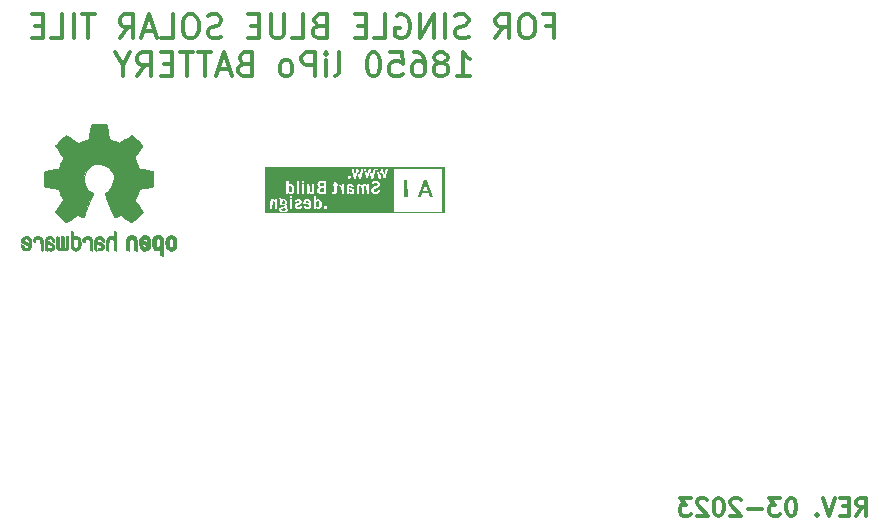
<source format=gbr>
%TF.GenerationSoftware,KiCad,Pcbnew,7.0.5*%
%TF.CreationDate,2023-06-02T17:32:58+02:00*%
%TF.ProjectId,Solar Cell offgrid Power,536f6c61-7220-4436-956c-6c206f666667,rev?*%
%TF.SameCoordinates,Original*%
%TF.FileFunction,Legend,Bot*%
%TF.FilePolarity,Positive*%
%FSLAX46Y46*%
G04 Gerber Fmt 4.6, Leading zero omitted, Abs format (unit mm)*
G04 Created by KiCad (PCBNEW 7.0.5) date 2023-06-02 17:32:58*
%MOMM*%
%LPD*%
G01*
G04 APERTURE LIST*
%ADD10C,0.300000*%
%ADD11C,0.010000*%
G04 APERTURE END LIST*
D10*
X222168346Y-132060828D02*
X222668346Y-131346542D01*
X223025489Y-132060828D02*
X223025489Y-130560828D01*
X223025489Y-130560828D02*
X222454060Y-130560828D01*
X222454060Y-130560828D02*
X222311203Y-130632257D01*
X222311203Y-130632257D02*
X222239774Y-130703685D01*
X222239774Y-130703685D02*
X222168346Y-130846542D01*
X222168346Y-130846542D02*
X222168346Y-131060828D01*
X222168346Y-131060828D02*
X222239774Y-131203685D01*
X222239774Y-131203685D02*
X222311203Y-131275114D01*
X222311203Y-131275114D02*
X222454060Y-131346542D01*
X222454060Y-131346542D02*
X223025489Y-131346542D01*
X221525489Y-131275114D02*
X221025489Y-131275114D01*
X220811203Y-132060828D02*
X221525489Y-132060828D01*
X221525489Y-132060828D02*
X221525489Y-130560828D01*
X221525489Y-130560828D02*
X220811203Y-130560828D01*
X220382631Y-130560828D02*
X219882631Y-132060828D01*
X219882631Y-132060828D02*
X219382631Y-130560828D01*
X218882632Y-131917971D02*
X218811203Y-131989400D01*
X218811203Y-131989400D02*
X218882632Y-132060828D01*
X218882632Y-132060828D02*
X218954060Y-131989400D01*
X218954060Y-131989400D02*
X218882632Y-131917971D01*
X218882632Y-131917971D02*
X218882632Y-132060828D01*
X216739774Y-130560828D02*
X216596917Y-130560828D01*
X216596917Y-130560828D02*
X216454060Y-130632257D01*
X216454060Y-130632257D02*
X216382632Y-130703685D01*
X216382632Y-130703685D02*
X216311203Y-130846542D01*
X216311203Y-130846542D02*
X216239774Y-131132257D01*
X216239774Y-131132257D02*
X216239774Y-131489400D01*
X216239774Y-131489400D02*
X216311203Y-131775114D01*
X216311203Y-131775114D02*
X216382632Y-131917971D01*
X216382632Y-131917971D02*
X216454060Y-131989400D01*
X216454060Y-131989400D02*
X216596917Y-132060828D01*
X216596917Y-132060828D02*
X216739774Y-132060828D01*
X216739774Y-132060828D02*
X216882632Y-131989400D01*
X216882632Y-131989400D02*
X216954060Y-131917971D01*
X216954060Y-131917971D02*
X217025489Y-131775114D01*
X217025489Y-131775114D02*
X217096917Y-131489400D01*
X217096917Y-131489400D02*
X217096917Y-131132257D01*
X217096917Y-131132257D02*
X217025489Y-130846542D01*
X217025489Y-130846542D02*
X216954060Y-130703685D01*
X216954060Y-130703685D02*
X216882632Y-130632257D01*
X216882632Y-130632257D02*
X216739774Y-130560828D01*
X215739775Y-130560828D02*
X214811203Y-130560828D01*
X214811203Y-130560828D02*
X215311203Y-131132257D01*
X215311203Y-131132257D02*
X215096918Y-131132257D01*
X215096918Y-131132257D02*
X214954061Y-131203685D01*
X214954061Y-131203685D02*
X214882632Y-131275114D01*
X214882632Y-131275114D02*
X214811203Y-131417971D01*
X214811203Y-131417971D02*
X214811203Y-131775114D01*
X214811203Y-131775114D02*
X214882632Y-131917971D01*
X214882632Y-131917971D02*
X214954061Y-131989400D01*
X214954061Y-131989400D02*
X215096918Y-132060828D01*
X215096918Y-132060828D02*
X215525489Y-132060828D01*
X215525489Y-132060828D02*
X215668346Y-131989400D01*
X215668346Y-131989400D02*
X215739775Y-131917971D01*
X214168347Y-131489400D02*
X213025490Y-131489400D01*
X212382632Y-130703685D02*
X212311204Y-130632257D01*
X212311204Y-130632257D02*
X212168347Y-130560828D01*
X212168347Y-130560828D02*
X211811204Y-130560828D01*
X211811204Y-130560828D02*
X211668347Y-130632257D01*
X211668347Y-130632257D02*
X211596918Y-130703685D01*
X211596918Y-130703685D02*
X211525489Y-130846542D01*
X211525489Y-130846542D02*
X211525489Y-130989400D01*
X211525489Y-130989400D02*
X211596918Y-131203685D01*
X211596918Y-131203685D02*
X212454061Y-132060828D01*
X212454061Y-132060828D02*
X211525489Y-132060828D01*
X210596918Y-130560828D02*
X210454061Y-130560828D01*
X210454061Y-130560828D02*
X210311204Y-130632257D01*
X210311204Y-130632257D02*
X210239776Y-130703685D01*
X210239776Y-130703685D02*
X210168347Y-130846542D01*
X210168347Y-130846542D02*
X210096918Y-131132257D01*
X210096918Y-131132257D02*
X210096918Y-131489400D01*
X210096918Y-131489400D02*
X210168347Y-131775114D01*
X210168347Y-131775114D02*
X210239776Y-131917971D01*
X210239776Y-131917971D02*
X210311204Y-131989400D01*
X210311204Y-131989400D02*
X210454061Y-132060828D01*
X210454061Y-132060828D02*
X210596918Y-132060828D01*
X210596918Y-132060828D02*
X210739776Y-131989400D01*
X210739776Y-131989400D02*
X210811204Y-131917971D01*
X210811204Y-131917971D02*
X210882633Y-131775114D01*
X210882633Y-131775114D02*
X210954061Y-131489400D01*
X210954061Y-131489400D02*
X210954061Y-131132257D01*
X210954061Y-131132257D02*
X210882633Y-130846542D01*
X210882633Y-130846542D02*
X210811204Y-130703685D01*
X210811204Y-130703685D02*
X210739776Y-130632257D01*
X210739776Y-130632257D02*
X210596918Y-130560828D01*
X209525490Y-130703685D02*
X209454062Y-130632257D01*
X209454062Y-130632257D02*
X209311205Y-130560828D01*
X209311205Y-130560828D02*
X208954062Y-130560828D01*
X208954062Y-130560828D02*
X208811205Y-130632257D01*
X208811205Y-130632257D02*
X208739776Y-130703685D01*
X208739776Y-130703685D02*
X208668347Y-130846542D01*
X208668347Y-130846542D02*
X208668347Y-130989400D01*
X208668347Y-130989400D02*
X208739776Y-131203685D01*
X208739776Y-131203685D02*
X209596919Y-132060828D01*
X209596919Y-132060828D02*
X208668347Y-132060828D01*
X208168348Y-130560828D02*
X207239776Y-130560828D01*
X207239776Y-130560828D02*
X207739776Y-131132257D01*
X207739776Y-131132257D02*
X207525491Y-131132257D01*
X207525491Y-131132257D02*
X207382634Y-131203685D01*
X207382634Y-131203685D02*
X207311205Y-131275114D01*
X207311205Y-131275114D02*
X207239776Y-131417971D01*
X207239776Y-131417971D02*
X207239776Y-131775114D01*
X207239776Y-131775114D02*
X207311205Y-131917971D01*
X207311205Y-131917971D02*
X207382634Y-131989400D01*
X207382634Y-131989400D02*
X207525491Y-132060828D01*
X207525491Y-132060828D02*
X207954062Y-132060828D01*
X207954062Y-132060828D02*
X208096919Y-131989400D01*
X208096919Y-131989400D02*
X208168348Y-131917971D01*
X195920954Y-90582019D02*
X196587621Y-90582019D01*
X196587621Y-91629638D02*
X196587621Y-89629638D01*
X196587621Y-89629638D02*
X195635240Y-89629638D01*
X194492383Y-89629638D02*
X194111430Y-89629638D01*
X194111430Y-89629638D02*
X193920954Y-89724876D01*
X193920954Y-89724876D02*
X193730478Y-89915352D01*
X193730478Y-89915352D02*
X193635240Y-90296304D01*
X193635240Y-90296304D02*
X193635240Y-90962971D01*
X193635240Y-90962971D02*
X193730478Y-91343923D01*
X193730478Y-91343923D02*
X193920954Y-91534400D01*
X193920954Y-91534400D02*
X194111430Y-91629638D01*
X194111430Y-91629638D02*
X194492383Y-91629638D01*
X194492383Y-91629638D02*
X194682859Y-91534400D01*
X194682859Y-91534400D02*
X194873335Y-91343923D01*
X194873335Y-91343923D02*
X194968573Y-90962971D01*
X194968573Y-90962971D02*
X194968573Y-90296304D01*
X194968573Y-90296304D02*
X194873335Y-89915352D01*
X194873335Y-89915352D02*
X194682859Y-89724876D01*
X194682859Y-89724876D02*
X194492383Y-89629638D01*
X191635240Y-91629638D02*
X192301907Y-90677257D01*
X192778097Y-91629638D02*
X192778097Y-89629638D01*
X192778097Y-89629638D02*
X192016192Y-89629638D01*
X192016192Y-89629638D02*
X191825716Y-89724876D01*
X191825716Y-89724876D02*
X191730478Y-89820114D01*
X191730478Y-89820114D02*
X191635240Y-90010590D01*
X191635240Y-90010590D02*
X191635240Y-90296304D01*
X191635240Y-90296304D02*
X191730478Y-90486780D01*
X191730478Y-90486780D02*
X191825716Y-90582019D01*
X191825716Y-90582019D02*
X192016192Y-90677257D01*
X192016192Y-90677257D02*
X192778097Y-90677257D01*
X189349525Y-91534400D02*
X189063811Y-91629638D01*
X189063811Y-91629638D02*
X188587620Y-91629638D01*
X188587620Y-91629638D02*
X188397144Y-91534400D01*
X188397144Y-91534400D02*
X188301906Y-91439161D01*
X188301906Y-91439161D02*
X188206668Y-91248685D01*
X188206668Y-91248685D02*
X188206668Y-91058209D01*
X188206668Y-91058209D02*
X188301906Y-90867733D01*
X188301906Y-90867733D02*
X188397144Y-90772495D01*
X188397144Y-90772495D02*
X188587620Y-90677257D01*
X188587620Y-90677257D02*
X188968573Y-90582019D01*
X188968573Y-90582019D02*
X189159049Y-90486780D01*
X189159049Y-90486780D02*
X189254287Y-90391542D01*
X189254287Y-90391542D02*
X189349525Y-90201066D01*
X189349525Y-90201066D02*
X189349525Y-90010590D01*
X189349525Y-90010590D02*
X189254287Y-89820114D01*
X189254287Y-89820114D02*
X189159049Y-89724876D01*
X189159049Y-89724876D02*
X188968573Y-89629638D01*
X188968573Y-89629638D02*
X188492382Y-89629638D01*
X188492382Y-89629638D02*
X188206668Y-89724876D01*
X187349525Y-91629638D02*
X187349525Y-89629638D01*
X186397144Y-91629638D02*
X186397144Y-89629638D01*
X186397144Y-89629638D02*
X185254287Y-91629638D01*
X185254287Y-91629638D02*
X185254287Y-89629638D01*
X183254287Y-89724876D02*
X183444763Y-89629638D01*
X183444763Y-89629638D02*
X183730477Y-89629638D01*
X183730477Y-89629638D02*
X184016192Y-89724876D01*
X184016192Y-89724876D02*
X184206668Y-89915352D01*
X184206668Y-89915352D02*
X184301906Y-90105828D01*
X184301906Y-90105828D02*
X184397144Y-90486780D01*
X184397144Y-90486780D02*
X184397144Y-90772495D01*
X184397144Y-90772495D02*
X184301906Y-91153447D01*
X184301906Y-91153447D02*
X184206668Y-91343923D01*
X184206668Y-91343923D02*
X184016192Y-91534400D01*
X184016192Y-91534400D02*
X183730477Y-91629638D01*
X183730477Y-91629638D02*
X183540001Y-91629638D01*
X183540001Y-91629638D02*
X183254287Y-91534400D01*
X183254287Y-91534400D02*
X183159049Y-91439161D01*
X183159049Y-91439161D02*
X183159049Y-90772495D01*
X183159049Y-90772495D02*
X183540001Y-90772495D01*
X181349525Y-91629638D02*
X182301906Y-91629638D01*
X182301906Y-91629638D02*
X182301906Y-89629638D01*
X180682858Y-90582019D02*
X180016191Y-90582019D01*
X179730477Y-91629638D02*
X180682858Y-91629638D01*
X180682858Y-91629638D02*
X180682858Y-89629638D01*
X180682858Y-89629638D02*
X179730477Y-89629638D01*
X176682857Y-90582019D02*
X176397143Y-90677257D01*
X176397143Y-90677257D02*
X176301905Y-90772495D01*
X176301905Y-90772495D02*
X176206667Y-90962971D01*
X176206667Y-90962971D02*
X176206667Y-91248685D01*
X176206667Y-91248685D02*
X176301905Y-91439161D01*
X176301905Y-91439161D02*
X176397143Y-91534400D01*
X176397143Y-91534400D02*
X176587619Y-91629638D01*
X176587619Y-91629638D02*
X177349524Y-91629638D01*
X177349524Y-91629638D02*
X177349524Y-89629638D01*
X177349524Y-89629638D02*
X176682857Y-89629638D01*
X176682857Y-89629638D02*
X176492381Y-89724876D01*
X176492381Y-89724876D02*
X176397143Y-89820114D01*
X176397143Y-89820114D02*
X176301905Y-90010590D01*
X176301905Y-90010590D02*
X176301905Y-90201066D01*
X176301905Y-90201066D02*
X176397143Y-90391542D01*
X176397143Y-90391542D02*
X176492381Y-90486780D01*
X176492381Y-90486780D02*
X176682857Y-90582019D01*
X176682857Y-90582019D02*
X177349524Y-90582019D01*
X174397143Y-91629638D02*
X175349524Y-91629638D01*
X175349524Y-91629638D02*
X175349524Y-89629638D01*
X173730476Y-89629638D02*
X173730476Y-91248685D01*
X173730476Y-91248685D02*
X173635238Y-91439161D01*
X173635238Y-91439161D02*
X173540000Y-91534400D01*
X173540000Y-91534400D02*
X173349524Y-91629638D01*
X173349524Y-91629638D02*
X172968571Y-91629638D01*
X172968571Y-91629638D02*
X172778095Y-91534400D01*
X172778095Y-91534400D02*
X172682857Y-91439161D01*
X172682857Y-91439161D02*
X172587619Y-91248685D01*
X172587619Y-91248685D02*
X172587619Y-89629638D01*
X171635238Y-90582019D02*
X170968571Y-90582019D01*
X170682857Y-91629638D02*
X171635238Y-91629638D01*
X171635238Y-91629638D02*
X171635238Y-89629638D01*
X171635238Y-89629638D02*
X170682857Y-89629638D01*
X168397142Y-91534400D02*
X168111428Y-91629638D01*
X168111428Y-91629638D02*
X167635237Y-91629638D01*
X167635237Y-91629638D02*
X167444761Y-91534400D01*
X167444761Y-91534400D02*
X167349523Y-91439161D01*
X167349523Y-91439161D02*
X167254285Y-91248685D01*
X167254285Y-91248685D02*
X167254285Y-91058209D01*
X167254285Y-91058209D02*
X167349523Y-90867733D01*
X167349523Y-90867733D02*
X167444761Y-90772495D01*
X167444761Y-90772495D02*
X167635237Y-90677257D01*
X167635237Y-90677257D02*
X168016190Y-90582019D01*
X168016190Y-90582019D02*
X168206666Y-90486780D01*
X168206666Y-90486780D02*
X168301904Y-90391542D01*
X168301904Y-90391542D02*
X168397142Y-90201066D01*
X168397142Y-90201066D02*
X168397142Y-90010590D01*
X168397142Y-90010590D02*
X168301904Y-89820114D01*
X168301904Y-89820114D02*
X168206666Y-89724876D01*
X168206666Y-89724876D02*
X168016190Y-89629638D01*
X168016190Y-89629638D02*
X167539999Y-89629638D01*
X167539999Y-89629638D02*
X167254285Y-89724876D01*
X166016190Y-89629638D02*
X165635237Y-89629638D01*
X165635237Y-89629638D02*
X165444761Y-89724876D01*
X165444761Y-89724876D02*
X165254285Y-89915352D01*
X165254285Y-89915352D02*
X165159047Y-90296304D01*
X165159047Y-90296304D02*
X165159047Y-90962971D01*
X165159047Y-90962971D02*
X165254285Y-91343923D01*
X165254285Y-91343923D02*
X165444761Y-91534400D01*
X165444761Y-91534400D02*
X165635237Y-91629638D01*
X165635237Y-91629638D02*
X166016190Y-91629638D01*
X166016190Y-91629638D02*
X166206666Y-91534400D01*
X166206666Y-91534400D02*
X166397142Y-91343923D01*
X166397142Y-91343923D02*
X166492380Y-90962971D01*
X166492380Y-90962971D02*
X166492380Y-90296304D01*
X166492380Y-90296304D02*
X166397142Y-89915352D01*
X166397142Y-89915352D02*
X166206666Y-89724876D01*
X166206666Y-89724876D02*
X166016190Y-89629638D01*
X163349523Y-91629638D02*
X164301904Y-91629638D01*
X164301904Y-91629638D02*
X164301904Y-89629638D01*
X162778094Y-91058209D02*
X161825713Y-91058209D01*
X162968570Y-91629638D02*
X162301904Y-89629638D01*
X162301904Y-89629638D02*
X161635237Y-91629638D01*
X159825713Y-91629638D02*
X160492380Y-90677257D01*
X160968570Y-91629638D02*
X160968570Y-89629638D01*
X160968570Y-89629638D02*
X160206665Y-89629638D01*
X160206665Y-89629638D02*
X160016189Y-89724876D01*
X160016189Y-89724876D02*
X159920951Y-89820114D01*
X159920951Y-89820114D02*
X159825713Y-90010590D01*
X159825713Y-90010590D02*
X159825713Y-90296304D01*
X159825713Y-90296304D02*
X159920951Y-90486780D01*
X159920951Y-90486780D02*
X160016189Y-90582019D01*
X160016189Y-90582019D02*
X160206665Y-90677257D01*
X160206665Y-90677257D02*
X160968570Y-90677257D01*
X157730474Y-89629638D02*
X156587617Y-89629638D01*
X157159046Y-91629638D02*
X157159046Y-89629638D01*
X155920950Y-91629638D02*
X155920950Y-89629638D01*
X154016188Y-91629638D02*
X154968569Y-91629638D01*
X154968569Y-91629638D02*
X154968569Y-89629638D01*
X153349521Y-90582019D02*
X152682854Y-90582019D01*
X152397140Y-91629638D02*
X153349521Y-91629638D01*
X153349521Y-91629638D02*
X153349521Y-89629638D01*
X153349521Y-89629638D02*
X152397140Y-89629638D01*
X188349525Y-94849638D02*
X189492382Y-94849638D01*
X188920954Y-94849638D02*
X188920954Y-92849638D01*
X188920954Y-92849638D02*
X189111430Y-93135352D01*
X189111430Y-93135352D02*
X189301906Y-93325828D01*
X189301906Y-93325828D02*
X189492382Y-93421066D01*
X187206668Y-93706780D02*
X187397144Y-93611542D01*
X187397144Y-93611542D02*
X187492382Y-93516304D01*
X187492382Y-93516304D02*
X187587620Y-93325828D01*
X187587620Y-93325828D02*
X187587620Y-93230590D01*
X187587620Y-93230590D02*
X187492382Y-93040114D01*
X187492382Y-93040114D02*
X187397144Y-92944876D01*
X187397144Y-92944876D02*
X187206668Y-92849638D01*
X187206668Y-92849638D02*
X186825715Y-92849638D01*
X186825715Y-92849638D02*
X186635239Y-92944876D01*
X186635239Y-92944876D02*
X186540001Y-93040114D01*
X186540001Y-93040114D02*
X186444763Y-93230590D01*
X186444763Y-93230590D02*
X186444763Y-93325828D01*
X186444763Y-93325828D02*
X186540001Y-93516304D01*
X186540001Y-93516304D02*
X186635239Y-93611542D01*
X186635239Y-93611542D02*
X186825715Y-93706780D01*
X186825715Y-93706780D02*
X187206668Y-93706780D01*
X187206668Y-93706780D02*
X187397144Y-93802019D01*
X187397144Y-93802019D02*
X187492382Y-93897257D01*
X187492382Y-93897257D02*
X187587620Y-94087733D01*
X187587620Y-94087733D02*
X187587620Y-94468685D01*
X187587620Y-94468685D02*
X187492382Y-94659161D01*
X187492382Y-94659161D02*
X187397144Y-94754400D01*
X187397144Y-94754400D02*
X187206668Y-94849638D01*
X187206668Y-94849638D02*
X186825715Y-94849638D01*
X186825715Y-94849638D02*
X186635239Y-94754400D01*
X186635239Y-94754400D02*
X186540001Y-94659161D01*
X186540001Y-94659161D02*
X186444763Y-94468685D01*
X186444763Y-94468685D02*
X186444763Y-94087733D01*
X186444763Y-94087733D02*
X186540001Y-93897257D01*
X186540001Y-93897257D02*
X186635239Y-93802019D01*
X186635239Y-93802019D02*
X186825715Y-93706780D01*
X184730477Y-92849638D02*
X185111430Y-92849638D01*
X185111430Y-92849638D02*
X185301906Y-92944876D01*
X185301906Y-92944876D02*
X185397144Y-93040114D01*
X185397144Y-93040114D02*
X185587620Y-93325828D01*
X185587620Y-93325828D02*
X185682858Y-93706780D01*
X185682858Y-93706780D02*
X185682858Y-94468685D01*
X185682858Y-94468685D02*
X185587620Y-94659161D01*
X185587620Y-94659161D02*
X185492382Y-94754400D01*
X185492382Y-94754400D02*
X185301906Y-94849638D01*
X185301906Y-94849638D02*
X184920953Y-94849638D01*
X184920953Y-94849638D02*
X184730477Y-94754400D01*
X184730477Y-94754400D02*
X184635239Y-94659161D01*
X184635239Y-94659161D02*
X184540001Y-94468685D01*
X184540001Y-94468685D02*
X184540001Y-93992495D01*
X184540001Y-93992495D02*
X184635239Y-93802019D01*
X184635239Y-93802019D02*
X184730477Y-93706780D01*
X184730477Y-93706780D02*
X184920953Y-93611542D01*
X184920953Y-93611542D02*
X185301906Y-93611542D01*
X185301906Y-93611542D02*
X185492382Y-93706780D01*
X185492382Y-93706780D02*
X185587620Y-93802019D01*
X185587620Y-93802019D02*
X185682858Y-93992495D01*
X182730477Y-92849638D02*
X183682858Y-92849638D01*
X183682858Y-92849638D02*
X183778096Y-93802019D01*
X183778096Y-93802019D02*
X183682858Y-93706780D01*
X183682858Y-93706780D02*
X183492382Y-93611542D01*
X183492382Y-93611542D02*
X183016191Y-93611542D01*
X183016191Y-93611542D02*
X182825715Y-93706780D01*
X182825715Y-93706780D02*
X182730477Y-93802019D01*
X182730477Y-93802019D02*
X182635239Y-93992495D01*
X182635239Y-93992495D02*
X182635239Y-94468685D01*
X182635239Y-94468685D02*
X182730477Y-94659161D01*
X182730477Y-94659161D02*
X182825715Y-94754400D01*
X182825715Y-94754400D02*
X183016191Y-94849638D01*
X183016191Y-94849638D02*
X183492382Y-94849638D01*
X183492382Y-94849638D02*
X183682858Y-94754400D01*
X183682858Y-94754400D02*
X183778096Y-94659161D01*
X181397144Y-92849638D02*
X181206667Y-92849638D01*
X181206667Y-92849638D02*
X181016191Y-92944876D01*
X181016191Y-92944876D02*
X180920953Y-93040114D01*
X180920953Y-93040114D02*
X180825715Y-93230590D01*
X180825715Y-93230590D02*
X180730477Y-93611542D01*
X180730477Y-93611542D02*
X180730477Y-94087733D01*
X180730477Y-94087733D02*
X180825715Y-94468685D01*
X180825715Y-94468685D02*
X180920953Y-94659161D01*
X180920953Y-94659161D02*
X181016191Y-94754400D01*
X181016191Y-94754400D02*
X181206667Y-94849638D01*
X181206667Y-94849638D02*
X181397144Y-94849638D01*
X181397144Y-94849638D02*
X181587620Y-94754400D01*
X181587620Y-94754400D02*
X181682858Y-94659161D01*
X181682858Y-94659161D02*
X181778096Y-94468685D01*
X181778096Y-94468685D02*
X181873334Y-94087733D01*
X181873334Y-94087733D02*
X181873334Y-93611542D01*
X181873334Y-93611542D02*
X181778096Y-93230590D01*
X181778096Y-93230590D02*
X181682858Y-93040114D01*
X181682858Y-93040114D02*
X181587620Y-92944876D01*
X181587620Y-92944876D02*
X181397144Y-92849638D01*
X178063810Y-94849638D02*
X178254286Y-94754400D01*
X178254286Y-94754400D02*
X178349524Y-94563923D01*
X178349524Y-94563923D02*
X178349524Y-92849638D01*
X177301905Y-94849638D02*
X177301905Y-93516304D01*
X177301905Y-92849638D02*
X177397143Y-92944876D01*
X177397143Y-92944876D02*
X177301905Y-93040114D01*
X177301905Y-93040114D02*
X177206667Y-92944876D01*
X177206667Y-92944876D02*
X177301905Y-92849638D01*
X177301905Y-92849638D02*
X177301905Y-93040114D01*
X176349524Y-94849638D02*
X176349524Y-92849638D01*
X176349524Y-92849638D02*
X175587619Y-92849638D01*
X175587619Y-92849638D02*
X175397143Y-92944876D01*
X175397143Y-92944876D02*
X175301905Y-93040114D01*
X175301905Y-93040114D02*
X175206667Y-93230590D01*
X175206667Y-93230590D02*
X175206667Y-93516304D01*
X175206667Y-93516304D02*
X175301905Y-93706780D01*
X175301905Y-93706780D02*
X175397143Y-93802019D01*
X175397143Y-93802019D02*
X175587619Y-93897257D01*
X175587619Y-93897257D02*
X176349524Y-93897257D01*
X174063810Y-94849638D02*
X174254286Y-94754400D01*
X174254286Y-94754400D02*
X174349524Y-94659161D01*
X174349524Y-94659161D02*
X174444762Y-94468685D01*
X174444762Y-94468685D02*
X174444762Y-93897257D01*
X174444762Y-93897257D02*
X174349524Y-93706780D01*
X174349524Y-93706780D02*
X174254286Y-93611542D01*
X174254286Y-93611542D02*
X174063810Y-93516304D01*
X174063810Y-93516304D02*
X173778095Y-93516304D01*
X173778095Y-93516304D02*
X173587619Y-93611542D01*
X173587619Y-93611542D02*
X173492381Y-93706780D01*
X173492381Y-93706780D02*
X173397143Y-93897257D01*
X173397143Y-93897257D02*
X173397143Y-94468685D01*
X173397143Y-94468685D02*
X173492381Y-94659161D01*
X173492381Y-94659161D02*
X173587619Y-94754400D01*
X173587619Y-94754400D02*
X173778095Y-94849638D01*
X173778095Y-94849638D02*
X174063810Y-94849638D01*
X170349523Y-93802019D02*
X170063809Y-93897257D01*
X170063809Y-93897257D02*
X169968571Y-93992495D01*
X169968571Y-93992495D02*
X169873333Y-94182971D01*
X169873333Y-94182971D02*
X169873333Y-94468685D01*
X169873333Y-94468685D02*
X169968571Y-94659161D01*
X169968571Y-94659161D02*
X170063809Y-94754400D01*
X170063809Y-94754400D02*
X170254285Y-94849638D01*
X170254285Y-94849638D02*
X171016190Y-94849638D01*
X171016190Y-94849638D02*
X171016190Y-92849638D01*
X171016190Y-92849638D02*
X170349523Y-92849638D01*
X170349523Y-92849638D02*
X170159047Y-92944876D01*
X170159047Y-92944876D02*
X170063809Y-93040114D01*
X170063809Y-93040114D02*
X169968571Y-93230590D01*
X169968571Y-93230590D02*
X169968571Y-93421066D01*
X169968571Y-93421066D02*
X170063809Y-93611542D01*
X170063809Y-93611542D02*
X170159047Y-93706780D01*
X170159047Y-93706780D02*
X170349523Y-93802019D01*
X170349523Y-93802019D02*
X171016190Y-93802019D01*
X169111428Y-94278209D02*
X168159047Y-94278209D01*
X169301904Y-94849638D02*
X168635238Y-92849638D01*
X168635238Y-92849638D02*
X167968571Y-94849638D01*
X167587618Y-92849638D02*
X166444761Y-92849638D01*
X167016190Y-94849638D02*
X167016190Y-92849638D01*
X166063808Y-92849638D02*
X164920951Y-92849638D01*
X165492380Y-94849638D02*
X165492380Y-92849638D01*
X164254284Y-93802019D02*
X163587617Y-93802019D01*
X163301903Y-94849638D02*
X164254284Y-94849638D01*
X164254284Y-94849638D02*
X164254284Y-92849638D01*
X164254284Y-92849638D02*
X163301903Y-92849638D01*
X161301903Y-94849638D02*
X161968570Y-93897257D01*
X162444760Y-94849638D02*
X162444760Y-92849638D01*
X162444760Y-92849638D02*
X161682855Y-92849638D01*
X161682855Y-92849638D02*
X161492379Y-92944876D01*
X161492379Y-92944876D02*
X161397141Y-93040114D01*
X161397141Y-93040114D02*
X161301903Y-93230590D01*
X161301903Y-93230590D02*
X161301903Y-93516304D01*
X161301903Y-93516304D02*
X161397141Y-93706780D01*
X161397141Y-93706780D02*
X161492379Y-93802019D01*
X161492379Y-93802019D02*
X161682855Y-93897257D01*
X161682855Y-93897257D02*
X162444760Y-93897257D01*
X160063808Y-93897257D02*
X160063808Y-94849638D01*
X160730474Y-92849638D02*
X160063808Y-93897257D01*
X160063808Y-93897257D02*
X159397141Y-92849638D01*
%TO.C,G\u002A\u002A\u002A*%
G36*
X184186730Y-105115000D02*
G01*
X183910437Y-105115000D01*
X183916011Y-104400625D01*
X183921584Y-103686250D01*
X184175584Y-103686250D01*
X184186730Y-105115000D01*
G37*
G36*
X177074167Y-104162500D02*
G01*
X176964709Y-104162500D01*
X176909544Y-104159626D01*
X176834178Y-104138046D01*
X176791372Y-104093269D01*
X176777834Y-104022836D01*
X176780457Y-103992554D01*
X176810364Y-103933717D01*
X176874285Y-103898834D01*
X176973044Y-103887333D01*
X177074167Y-103887333D01*
X177074167Y-104162500D01*
G37*
G36*
X177074167Y-104654421D02*
G01*
X176944019Y-104645007D01*
X176877707Y-104636395D01*
X176796965Y-104606609D01*
X176750432Y-104555707D01*
X176735500Y-104481646D01*
X176740590Y-104437879D01*
X176775557Y-104378573D01*
X176844414Y-104343420D01*
X176947992Y-104331833D01*
X177074167Y-104331833D01*
X177074167Y-104654421D01*
G37*
G36*
X173760072Y-105402262D02*
G01*
X173776145Y-105427218D01*
X173791101Y-105489969D01*
X173789852Y-105562057D01*
X173771422Y-105624391D01*
X173746936Y-105650308D01*
X173687500Y-105665333D01*
X173680609Y-105665184D01*
X173624633Y-105646626D01*
X173592157Y-105595469D01*
X173581667Y-105509487D01*
X173584739Y-105474133D01*
X173609956Y-105412176D01*
X173653407Y-105376045D01*
X173706358Y-105370990D01*
X173760072Y-105402262D01*
G37*
G36*
X179294686Y-104417943D02*
G01*
X179356480Y-104433048D01*
X179414404Y-104458484D01*
X179449371Y-104486616D01*
X179458375Y-104508025D01*
X179465243Y-104565407D01*
X179458964Y-104625402D01*
X179440600Y-104666267D01*
X179425759Y-104678543D01*
X179375189Y-104692009D01*
X179323609Y-104672711D01*
X179278054Y-104626930D01*
X179245562Y-104560949D01*
X179233167Y-104481051D01*
X179233568Y-104465105D01*
X179244172Y-104426921D01*
X179274123Y-104416500D01*
X179294686Y-104417943D01*
G37*
G36*
X173769404Y-106049204D02*
G01*
X173823353Y-106059181D01*
X173846614Y-106082208D01*
X173856453Y-106128848D01*
X173847370Y-106178928D01*
X173819792Y-106213971D01*
X173799424Y-106222977D01*
X173730126Y-106235528D01*
X173648152Y-106235016D01*
X173571414Y-106222360D01*
X173517823Y-106198478D01*
X173493969Y-106173111D01*
X173481424Y-106125955D01*
X173505706Y-106084995D01*
X173563773Y-106059437D01*
X173608452Y-106052526D01*
X173691789Y-106046991D01*
X173769404Y-106049204D01*
G37*
G36*
X175718658Y-105392096D02*
G01*
X175769006Y-105420325D01*
X175809023Y-105470559D01*
X175825334Y-105527750D01*
X175825331Y-105529605D01*
X175822277Y-105558157D01*
X175806720Y-105573424D01*
X175768719Y-105579546D01*
X175698334Y-105580667D01*
X175679226Y-105580655D01*
X175617056Y-105579102D01*
X175585003Y-105571466D01*
X175573088Y-105552852D01*
X175571334Y-105518367D01*
X175571334Y-105518056D01*
X175590443Y-105455461D01*
X175638690Y-105408604D01*
X175703044Y-105390167D01*
X175718658Y-105392096D01*
G37*
G36*
X176613115Y-105413185D02*
G01*
X176660864Y-105433862D01*
X176692110Y-105481333D01*
X176709163Y-105560413D01*
X176714334Y-105675917D01*
X176711721Y-105767854D01*
X176701098Y-105845582D01*
X176681384Y-105893457D01*
X176675569Y-105900990D01*
X176622984Y-105934574D01*
X176558957Y-105936409D01*
X176499042Y-105905469D01*
X176479905Y-105881056D01*
X176467885Y-105842807D01*
X176461935Y-105781657D01*
X176460334Y-105687929D01*
X176462043Y-105609851D01*
X176472928Y-105515388D01*
X176495885Y-105454197D01*
X176533244Y-105421203D01*
X176587334Y-105411333D01*
X176613115Y-105413185D01*
G37*
G36*
X174284782Y-104143185D02*
G01*
X174332531Y-104163862D01*
X174363777Y-104211333D01*
X174380830Y-104290413D01*
X174386000Y-104405917D01*
X174383387Y-104497854D01*
X174372765Y-104575582D01*
X174353050Y-104623457D01*
X174347236Y-104630990D01*
X174294651Y-104664574D01*
X174230623Y-104666409D01*
X174170709Y-104635469D01*
X174151572Y-104611056D01*
X174139551Y-104572807D01*
X174133601Y-104511657D01*
X174132000Y-104417929D01*
X174133709Y-104339851D01*
X174144595Y-104245388D01*
X174167552Y-104184197D01*
X174204911Y-104151203D01*
X174259000Y-104141333D01*
X174284782Y-104143185D01*
G37*
G36*
X186200349Y-104659369D02*
G01*
X186251605Y-104796197D01*
X186295070Y-104912243D01*
X186328978Y-105002792D01*
X186351563Y-105063130D01*
X186361059Y-105088542D01*
X186361651Y-105090483D01*
X186351930Y-105104835D01*
X186310742Y-105112642D01*
X186232766Y-105115000D01*
X186094668Y-105115000D01*
X186061111Y-105025042D01*
X186055757Y-105010594D01*
X186025915Y-104927859D01*
X185999022Y-104850417D01*
X185970490Y-104765750D01*
X185424417Y-104765750D01*
X185303205Y-105115000D01*
X185168019Y-105115000D01*
X185102530Y-105112999D01*
X185052164Y-105107272D01*
X185032918Y-105099125D01*
X185038477Y-105080974D01*
X185057285Y-105027054D01*
X185087769Y-104942143D01*
X185128254Y-104830849D01*
X185177061Y-104697780D01*
X185232514Y-104547544D01*
X185234015Y-104543500D01*
X185500288Y-104543500D01*
X185702241Y-104543500D01*
X185791449Y-104542399D01*
X185855881Y-104538122D01*
X185888156Y-104529915D01*
X185893606Y-104517042D01*
X185892874Y-104515149D01*
X185880668Y-104480979D01*
X185858231Y-104416400D01*
X185828496Y-104329899D01*
X185794396Y-104229960D01*
X185787566Y-104209953D01*
X185754886Y-104116458D01*
X185727438Y-104041500D01*
X185707929Y-103992292D01*
X185699066Y-103976045D01*
X185697473Y-103979084D01*
X185684619Y-104012182D01*
X185661709Y-104075493D01*
X185631394Y-104161610D01*
X185596323Y-104263126D01*
X185500288Y-104543500D01*
X185234015Y-104543500D01*
X185292935Y-104384750D01*
X185552867Y-103686250D01*
X185691981Y-103680060D01*
X185831095Y-103673871D01*
X186091175Y-104367977D01*
X186143067Y-104506475D01*
X186147026Y-104517042D01*
X186200349Y-104659369D01*
G37*
G36*
X187338760Y-106448500D02*
G01*
X172100000Y-106448500D01*
X172100000Y-106149446D01*
X173301865Y-106149446D01*
X173330029Y-106232597D01*
X173394637Y-106298051D01*
X173493403Y-106342021D01*
X173560351Y-106354209D01*
X173653074Y-106360916D01*
X173750867Y-106360742D01*
X173838102Y-106353762D01*
X173899156Y-106340053D01*
X173958729Y-106307765D01*
X174017395Y-106248450D01*
X174046329Y-106179737D01*
X174042456Y-106110280D01*
X174021658Y-106078083D01*
X174248417Y-106078083D01*
X174338569Y-106084601D01*
X174344317Y-106084988D01*
X174410713Y-106082130D01*
X174439618Y-106062723D01*
X174442499Y-106038534D01*
X174444800Y-105977712D01*
X174445998Y-105888446D01*
X174445999Y-105848499D01*
X174619398Y-105848499D01*
X174640024Y-105930711D01*
X174686335Y-106003004D01*
X174755487Y-106053874D01*
X174771557Y-106060858D01*
X174886712Y-106092428D01*
X174998660Y-106094181D01*
X175099155Y-106068082D01*
X175179949Y-106016095D01*
X175232798Y-105940185D01*
X175245564Y-105906189D01*
X175248693Y-105873781D01*
X175230753Y-105854202D01*
X175184889Y-105836860D01*
X175116097Y-105847504D01*
X175045424Y-105898167D01*
X175033603Y-105909242D01*
X174978914Y-105946758D01*
X174930659Y-105961667D01*
X174920833Y-105960998D01*
X174869886Y-105941248D01*
X174827221Y-105904012D01*
X174809334Y-105862739D01*
X174810084Y-105855859D01*
X174837517Y-105817389D01*
X174900428Y-105777839D01*
X174993345Y-105740833D01*
X175046281Y-105721889D01*
X175073829Y-105707667D01*
X175353771Y-105707667D01*
X175600136Y-105707667D01*
X175629976Y-105707658D01*
X175729507Y-105708327D01*
X175794196Y-105712709D01*
X175830076Y-105724255D01*
X175843182Y-105746416D01*
X175839547Y-105782643D01*
X175825207Y-105836386D01*
X175823185Y-105843179D01*
X175785608Y-105909895D01*
X175729005Y-105951018D01*
X175664358Y-105958227D01*
X175658811Y-105956647D01*
X175620307Y-105929565D01*
X175582200Y-105882872D01*
X175543144Y-105838923D01*
X175475717Y-105812572D01*
X175394816Y-105825708D01*
X175376241Y-105850390D01*
X175379611Y-105873781D01*
X175382834Y-105896152D01*
X175412342Y-105952747D01*
X175461245Y-106010386D01*
X175504110Y-106042814D01*
X175599951Y-106080938D01*
X175707903Y-106092364D01*
X175814088Y-106076403D01*
X175904627Y-106032367D01*
X175920028Y-106020114D01*
X175987900Y-105937584D01*
X176027730Y-105827530D01*
X176040736Y-105686857D01*
X176040707Y-105679624D01*
X176025216Y-105533345D01*
X175982132Y-105416735D01*
X175912653Y-105331295D01*
X175817981Y-105278526D01*
X175699317Y-105259930D01*
X175639543Y-105263458D01*
X175533908Y-105296254D01*
X175453080Y-105363267D01*
X175397253Y-105464296D01*
X175366624Y-105599142D01*
X175353771Y-105707667D01*
X175073829Y-105707667D01*
X175138555Y-105674251D01*
X175196153Y-105616636D01*
X175224287Y-105544615D01*
X175228013Y-105505946D01*
X175210045Y-105417314D01*
X175159618Y-105341712D01*
X175083698Y-105287485D01*
X174989250Y-105262979D01*
X174927266Y-105260242D01*
X174851331Y-105265704D01*
X174793222Y-105286629D01*
X174738447Y-105326699D01*
X174699091Y-105365029D01*
X174660653Y-105419741D01*
X174655292Y-105461089D01*
X174684508Y-105484680D01*
X174707959Y-105491285D01*
X174763464Y-105506887D01*
X174795938Y-105504208D01*
X174826245Y-105465138D01*
X174833269Y-105452235D01*
X174875182Y-105414135D01*
X174929513Y-105397947D01*
X174983776Y-105403093D01*
X175025489Y-105428999D01*
X175042167Y-105475090D01*
X175036826Y-105499943D01*
X175003708Y-105537604D01*
X174936741Y-105574403D01*
X174831804Y-105613044D01*
X174785937Y-105630199D01*
X174715920Y-105664816D01*
X174667763Y-105699147D01*
X174666584Y-105700339D01*
X174627303Y-105767873D01*
X174626300Y-105778100D01*
X174619398Y-105848499D01*
X174445999Y-105848499D01*
X174446001Y-105778100D01*
X174444716Y-105654038D01*
X174438917Y-105273750D01*
X174248417Y-105273750D01*
X174248417Y-106078083D01*
X174021658Y-106078083D01*
X174002698Y-106048731D01*
X173977685Y-106023045D01*
X173970615Y-105996047D01*
X173992115Y-105958530D01*
X173995104Y-105954193D01*
X174022391Y-105894651D01*
X174015128Y-105838386D01*
X173972033Y-105773580D01*
X173917899Y-105709245D01*
X173964420Y-105646322D01*
X173981707Y-105620550D01*
X174001407Y-105565467D01*
X173999085Y-105495005D01*
X173979849Y-105424570D01*
X173924426Y-105343458D01*
X173841446Y-105287343D01*
X173737007Y-105259903D01*
X173617209Y-105264814D01*
X173616642Y-105264914D01*
X173562749Y-105271171D01*
X173534561Y-105260840D01*
X173517047Y-105228469D01*
X173488560Y-105189083D01*
X174248417Y-105189083D01*
X174338569Y-105195601D01*
X174389150Y-105196297D01*
X174430829Y-105181656D01*
X174447472Y-105141952D01*
X176259250Y-105141952D01*
X176259250Y-105686857D01*
X176259250Y-106078083D01*
X176340248Y-106084749D01*
X176383500Y-106086296D01*
X176417341Y-106076491D01*
X176432587Y-106048044D01*
X176433658Y-106043958D01*
X176443280Y-106018213D01*
X176460168Y-106019209D01*
X176497319Y-106046670D01*
X176528986Y-106065437D01*
X176609861Y-106085688D01*
X176699856Y-106082912D01*
X176781034Y-106056489D01*
X176790708Y-106050750D01*
X176850126Y-105990171D01*
X176894446Y-105900496D01*
X176905725Y-105855833D01*
X177135455Y-105855833D01*
X177141853Y-105966958D01*
X177148250Y-106078083D01*
X177248792Y-106084535D01*
X177349334Y-106090986D01*
X177349334Y-105855833D01*
X177135455Y-105855833D01*
X176905725Y-105855833D01*
X176921981Y-105791465D01*
X176931040Y-105672818D01*
X176919934Y-105554293D01*
X176886975Y-105445631D01*
X176863098Y-105400469D01*
X176793877Y-105321832D01*
X176708505Y-105275688D01*
X176614506Y-105265153D01*
X176519402Y-105293346D01*
X176462053Y-105323264D01*
X176455902Y-105160924D01*
X176449750Y-104998583D01*
X176259250Y-104998583D01*
X176259250Y-105141952D01*
X174447472Y-105141952D01*
X174445700Y-105069390D01*
X174442472Y-105041439D01*
X174431258Y-105011912D01*
X174402444Y-105000486D01*
X174343667Y-104998583D01*
X174248417Y-104998583D01*
X174248417Y-105189083D01*
X173488560Y-105189083D01*
X173486777Y-105186618D01*
X173424369Y-105150120D01*
X173347456Y-105136167D01*
X173330097Y-105138364D01*
X173311394Y-105158956D01*
X173306500Y-105210250D01*
X173307561Y-105239626D01*
X173318596Y-105274917D01*
X173346242Y-105284333D01*
X173355898Y-105284677D01*
X173404029Y-105303570D01*
X173420685Y-105346964D01*
X173403080Y-105408762D01*
X173384838Y-105451160D01*
X173372445Y-105547978D01*
X173402109Y-105644859D01*
X173407806Y-105655167D01*
X173472205Y-105723257D01*
X173569310Y-105765419D01*
X173672952Y-105778100D01*
X173698084Y-105781175D01*
X173750528Y-105782760D01*
X173799259Y-105788818D01*
X173822829Y-105802454D01*
X173831462Y-105827195D01*
X173831004Y-105851221D01*
X173810327Y-105871418D01*
X173757378Y-105884404D01*
X173743129Y-105886556D01*
X173663002Y-105894582D01*
X173581667Y-105897966D01*
X173536804Y-105900259D01*
X173434848Y-105925218D01*
X173358642Y-105974821D01*
X173314561Y-106045544D01*
X173312432Y-106052391D01*
X173301865Y-106149446D01*
X172100000Y-106149446D01*
X172100000Y-105627104D01*
X172548557Y-105627104D01*
X172549190Y-105786249D01*
X172555084Y-106078083D01*
X172745584Y-106078083D01*
X172766750Y-105421917D01*
X172832053Y-105415544D01*
X172853567Y-105414148D01*
X172892312Y-105418905D01*
X172920481Y-105438897D01*
X172940097Y-105479545D01*
X172953181Y-105546267D01*
X172961752Y-105644481D01*
X172967834Y-105779608D01*
X172978417Y-106078083D01*
X173068569Y-106084601D01*
X173074317Y-106084988D01*
X173140713Y-106082130D01*
X173169618Y-106062723D01*
X173172499Y-106038534D01*
X173174800Y-105977712D01*
X173175998Y-105888446D01*
X173176001Y-105778100D01*
X173174716Y-105654038D01*
X173168917Y-105273750D01*
X173078959Y-105267241D01*
X173069373Y-105266577D01*
X173017212Y-105266180D01*
X172994176Y-105277387D01*
X172989000Y-105304916D01*
X172989000Y-105349101D01*
X172927473Y-105303611D01*
X172894670Y-105284455D01*
X172808536Y-105261589D01*
X172716917Y-105264402D01*
X172638855Y-105293557D01*
X172621369Y-105307219D01*
X172589992Y-105349969D01*
X172568022Y-105414105D01*
X172554522Y-105504769D01*
X172548557Y-105627104D01*
X172100000Y-105627104D01*
X172100000Y-104808083D01*
X173930917Y-104808083D01*
X174011914Y-104814749D01*
X174055167Y-104816296D01*
X174089008Y-104806491D01*
X174104253Y-104778044D01*
X174105324Y-104773958D01*
X174114946Y-104748213D01*
X174131834Y-104749209D01*
X174168986Y-104776670D01*
X174200653Y-104795437D01*
X174281527Y-104815688D01*
X174371522Y-104812912D01*
X174452701Y-104786489D01*
X174462375Y-104780750D01*
X174521792Y-104720171D01*
X174566113Y-104630496D01*
X174593647Y-104521465D01*
X174602706Y-104402818D01*
X174819917Y-104402818D01*
X174819917Y-104808083D01*
X174910069Y-104814601D01*
X174913303Y-104814826D01*
X174981350Y-104812303D01*
X175010998Y-104793035D01*
X175013048Y-104776810D01*
X175015304Y-104722083D01*
X175016794Y-104635568D01*
X175017461Y-104523412D01*
X175264417Y-104523412D01*
X175264417Y-104808083D01*
X175354569Y-104814601D01*
X175360317Y-104814988D01*
X175426713Y-104812130D01*
X175455618Y-104792723D01*
X175458499Y-104768534D01*
X175460800Y-104707712D01*
X175461998Y-104618446D01*
X175462001Y-104508100D01*
X175687750Y-104508100D01*
X175687750Y-104808083D01*
X175777709Y-104814592D01*
X175788933Y-104815363D01*
X175840221Y-104815596D01*
X175862692Y-104804098D01*
X175867667Y-104776014D01*
X175867667Y-104730927D01*
X175923438Y-104774797D01*
X175927945Y-104778212D01*
X176001958Y-104811526D01*
X176088877Y-104820871D01*
X176172565Y-104806551D01*
X176236886Y-104768872D01*
X176261202Y-104738959D01*
X176279311Y-104697036D01*
X176291517Y-104634836D01*
X176300924Y-104541330D01*
X176304453Y-104476860D01*
X176520224Y-104476860D01*
X176529743Y-104585833D01*
X176549958Y-104643389D01*
X176604238Y-104717766D01*
X176690613Y-104770099D01*
X176726215Y-104780483D01*
X176803882Y-104793713D01*
X176906472Y-104804887D01*
X177023988Y-104812728D01*
X177285834Y-104825100D01*
X177285834Y-104698200D01*
X177796396Y-104698200D01*
X177797880Y-104740326D01*
X177804862Y-104779416D01*
X177827505Y-104806129D01*
X177878500Y-104819408D01*
X177973263Y-104822939D01*
X177981457Y-104821101D01*
X179021500Y-104821101D01*
X179111459Y-104814592D01*
X179167365Y-104807344D01*
X179197186Y-104790865D01*
X179208450Y-104758404D01*
X179215483Y-104708726D01*
X179263269Y-104753618D01*
X179308796Y-104787871D01*
X179395450Y-104820218D01*
X179485073Y-104821588D01*
X179567920Y-104794160D01*
X179634246Y-104740117D01*
X179674305Y-104661638D01*
X179679374Y-104638825D01*
X179678914Y-104537126D01*
X179669231Y-104513059D01*
X179870489Y-104513059D01*
X179871959Y-104628167D01*
X179872361Y-104638825D01*
X179878750Y-104808083D01*
X180069250Y-104808083D01*
X180075147Y-104502607D01*
X180075958Y-104463774D01*
X180080068Y-104341394D01*
X180087000Y-104254104D01*
X180098325Y-104196179D01*
X180115617Y-104161892D01*
X180140450Y-104145519D01*
X180174395Y-104141333D01*
X180180356Y-104141403D01*
X180220671Y-104148062D01*
X180250172Y-104169465D01*
X180270665Y-104211123D01*
X180283957Y-104278545D01*
X180291856Y-104377243D01*
X180296167Y-104512725D01*
X180302084Y-104808083D01*
X180492584Y-104808083D01*
X180497743Y-104522333D01*
X180500594Y-104388129D01*
X180504498Y-104288814D01*
X180510745Y-104220421D01*
X180520660Y-104177214D01*
X180535566Y-104153455D01*
X180556786Y-104143408D01*
X180585645Y-104141333D01*
X180602084Y-104141765D01*
X180640291Y-104149374D01*
X180668073Y-104170879D01*
X180687423Y-104211968D01*
X180700336Y-104278329D01*
X180708809Y-104375646D01*
X180714834Y-104509608D01*
X180725417Y-104808083D01*
X180815569Y-104814601D01*
X180821317Y-104814988D01*
X180887713Y-104812130D01*
X180916618Y-104792723D01*
X180919499Y-104768534D01*
X180921800Y-104707712D01*
X180922998Y-104618446D01*
X180923001Y-104508100D01*
X180922594Y-104468836D01*
X181097462Y-104468836D01*
X181101127Y-104508100D01*
X181106399Y-104564584D01*
X181123197Y-104611716D01*
X181173879Y-104689259D01*
X181241872Y-104755020D01*
X181313850Y-104794245D01*
X181318046Y-104795504D01*
X181469126Y-104824468D01*
X181604328Y-104817896D01*
X181720412Y-104776394D01*
X181814137Y-104700569D01*
X181849678Y-104653628D01*
X181883015Y-104593764D01*
X181900443Y-104542391D01*
X181896623Y-104511733D01*
X181892545Y-104509467D01*
X181857924Y-104499908D01*
X181802290Y-104489400D01*
X181780782Y-104486113D01*
X181734955Y-104484197D01*
X181709470Y-104500922D01*
X181688313Y-104543951D01*
X181687264Y-104546427D01*
X181643985Y-104605579D01*
X181581084Y-104643613D01*
X181508138Y-104660891D01*
X181434728Y-104657772D01*
X181370432Y-104634617D01*
X181324830Y-104591784D01*
X181307500Y-104529636D01*
X181307519Y-104527405D01*
X181320376Y-104477402D01*
X181360374Y-104432452D01*
X181432398Y-104388636D01*
X181541335Y-104342034D01*
X181544989Y-104340627D01*
X181632339Y-104301437D01*
X181713692Y-104255929D01*
X181771872Y-104213665D01*
X181809973Y-104176332D01*
X181834855Y-104138608D01*
X181845194Y-104091143D01*
X181847250Y-104017665D01*
X181847022Y-103990838D01*
X181841599Y-103922066D01*
X181825542Y-103875047D01*
X181794334Y-103834111D01*
X181715209Y-103767011D01*
X181618150Y-103726290D01*
X181497522Y-103713767D01*
X181438704Y-103716773D01*
X181316621Y-103748151D01*
X181219212Y-103813833D01*
X181146059Y-103914057D01*
X181128653Y-103951951D01*
X181132075Y-103974718D01*
X181163945Y-103990605D01*
X181178308Y-103995956D01*
X181245909Y-104019317D01*
X181285381Y-104026715D01*
X181306146Y-104018396D01*
X181317628Y-103994603D01*
X181323410Y-103980358D01*
X181367180Y-103925504D01*
X181430725Y-103883147D01*
X181496145Y-103866167D01*
X181504569Y-103866357D01*
X181576611Y-103885465D01*
X181627122Y-103930044D01*
X181646167Y-103991775D01*
X181645621Y-104010983D01*
X181638770Y-104042688D01*
X181618771Y-104069502D01*
X181579057Y-104096510D01*
X181513064Y-104128798D01*
X181414224Y-104171454D01*
X181388996Y-104182307D01*
X181261001Y-104247157D01*
X181171753Y-104313966D01*
X181118243Y-104386578D01*
X181097462Y-104468836D01*
X180922594Y-104468836D01*
X180921716Y-104384038D01*
X180915917Y-104003750D01*
X180825959Y-103997241D01*
X180816373Y-103996577D01*
X180764212Y-103996180D01*
X180741176Y-104007387D01*
X180736000Y-104034916D01*
X180736000Y-104079101D01*
X180674473Y-104033611D01*
X180628986Y-104007761D01*
X180540458Y-103988183D01*
X180452215Y-104000319D01*
X180378670Y-104043677D01*
X180323250Y-104096765D01*
X180275731Y-104047383D01*
X180272043Y-104043668D01*
X180199214Y-103999361D01*
X180111105Y-103984612D01*
X180021993Y-103999552D01*
X179946157Y-104044316D01*
X179942785Y-104047490D01*
X179916826Y-104078506D01*
X179899785Y-104118658D01*
X179888397Y-104179009D01*
X179879401Y-104270621D01*
X179873172Y-104384467D01*
X179870489Y-104513059D01*
X179669231Y-104513059D01*
X179642774Y-104447296D01*
X179576243Y-104375500D01*
X179484609Y-104327902D01*
X179373162Y-104310667D01*
X179355029Y-104310458D01*
X179283141Y-104301822D01*
X179244614Y-104278065D01*
X179233167Y-104235830D01*
X179245108Y-104186039D01*
X179284991Y-104138963D01*
X179340512Y-104120167D01*
X179342604Y-104120214D01*
X179390768Y-104138148D01*
X179439084Y-104178328D01*
X179469516Y-104225962D01*
X179473746Y-104233273D01*
X179504580Y-104243289D01*
X179568205Y-104237196D01*
X179580842Y-104235005D01*
X179630012Y-104222893D01*
X179648020Y-104205844D01*
X179644207Y-104176380D01*
X179615523Y-104115883D01*
X179546086Y-104047975D01*
X179447845Y-104005088D01*
X179325797Y-103990143D01*
X179286145Y-103991522D01*
X179176534Y-104014572D01*
X179096898Y-104065209D01*
X179049154Y-104142378D01*
X179048871Y-104143211D01*
X179038727Y-104195608D01*
X179030575Y-104281385D01*
X179025027Y-104391838D01*
X179022882Y-104508100D01*
X179022695Y-104518259D01*
X179021500Y-104821101D01*
X177981457Y-104821101D01*
X178068556Y-104801565D01*
X178140345Y-104756790D01*
X178150751Y-104745545D01*
X178166472Y-104720724D01*
X178177200Y-104685440D01*
X178184230Y-104631726D01*
X178188862Y-104551615D01*
X178192391Y-104437139D01*
X178193159Y-104407005D01*
X178196173Y-104304037D01*
X178199894Y-104234998D01*
X178205760Y-104193107D01*
X178215207Y-104171582D01*
X178229675Y-104163640D01*
X178250599Y-104162500D01*
X178253648Y-104162485D01*
X178285191Y-104156732D01*
X178298867Y-104132459D01*
X178301142Y-104090571D01*
X178369161Y-104090571D01*
X178369733Y-104097342D01*
X178378190Y-104148069D01*
X178398787Y-104171036D01*
X178442492Y-104179551D01*
X178493942Y-104189034D01*
X178533639Y-104210907D01*
X178561305Y-104250937D01*
X178579545Y-104315160D01*
X178590964Y-104409611D01*
X178598167Y-104540329D01*
X178608750Y-104808083D01*
X178698902Y-104814601D01*
X178704650Y-104814988D01*
X178771047Y-104812130D01*
X178799951Y-104792723D01*
X178802832Y-104768534D01*
X178805134Y-104707712D01*
X178806331Y-104618446D01*
X178806334Y-104508100D01*
X178805049Y-104384038D01*
X178799250Y-104003750D01*
X178714584Y-104003750D01*
X178706848Y-104003772D01*
X178655588Y-104007742D01*
X178632063Y-104024354D01*
X178623224Y-104061916D01*
X178616530Y-104120082D01*
X178565247Y-104059136D01*
X178557615Y-104050521D01*
X178499131Y-104005016D01*
X178437517Y-103984243D01*
X178386404Y-103993226D01*
X178382309Y-103997052D01*
X178370441Y-104033601D01*
X178369447Y-104077833D01*
X178369161Y-104090571D01*
X178301142Y-104090571D01*
X178301834Y-104077833D01*
X178301823Y-104072240D01*
X178298302Y-104020411D01*
X178283507Y-103998003D01*
X178250214Y-103993167D01*
X178245643Y-103993119D01*
X178214293Y-103985923D01*
X178196592Y-103958713D01*
X178184676Y-103900355D01*
X178180679Y-103875316D01*
X178167619Y-103828839D01*
X178142941Y-103806581D01*
X178095407Y-103795316D01*
X178044059Y-103789236D01*
X178005018Y-103797482D01*
X177988040Y-103831386D01*
X177984334Y-103899166D01*
X177983917Y-103939578D01*
X177977492Y-103977080D01*
X177955983Y-103991078D01*
X177910250Y-103993167D01*
X177888390Y-103993356D01*
X177852258Y-103999533D01*
X177838410Y-104023624D01*
X177836167Y-104077833D01*
X177836336Y-104103164D01*
X177841792Y-104144267D01*
X177863061Y-104159976D01*
X177910922Y-104162500D01*
X177985677Y-104162500D01*
X177979714Y-104411208D01*
X177973750Y-104659917D01*
X177882546Y-104666486D01*
X177849793Y-104669140D01*
X177810080Y-104677629D01*
X177796396Y-104698200D01*
X177285834Y-104698200D01*
X177285834Y-103711461D01*
X177005742Y-103724858D01*
X176976478Y-103726308D01*
X176851794Y-103734675D01*
X176760499Y-103746960D01*
X176695125Y-103766145D01*
X176648204Y-103795210D01*
X176612272Y-103837139D01*
X176592740Y-103871952D01*
X176579859Y-103894911D01*
X176574618Y-103906045D01*
X176551934Y-104004484D01*
X176569739Y-104099735D01*
X176626774Y-104184030D01*
X176684268Y-104241523D01*
X176617175Y-104298802D01*
X176612781Y-104302553D01*
X176549929Y-104379367D01*
X176520224Y-104476860D01*
X176304453Y-104476860D01*
X176307157Y-104427448D01*
X176309844Y-104298802D01*
X176308376Y-104183667D01*
X176301584Y-104003750D01*
X176111084Y-104003750D01*
X176105925Y-104289500D01*
X176103073Y-104423704D01*
X176099170Y-104523019D01*
X176092922Y-104591412D01*
X176083008Y-104634619D01*
X176068102Y-104658378D01*
X176046881Y-104668425D01*
X176018022Y-104670500D01*
X176001620Y-104670069D01*
X175963404Y-104662462D01*
X175935614Y-104640955D01*
X175916257Y-104599860D01*
X175903337Y-104533493D01*
X175894861Y-104436166D01*
X175888834Y-104302195D01*
X175878250Y-104003750D01*
X175687750Y-104003750D01*
X175687750Y-104508100D01*
X175462001Y-104508100D01*
X175460716Y-104384038D01*
X175454917Y-104003750D01*
X175264417Y-104003750D01*
X175264417Y-104523412D01*
X175017461Y-104523412D01*
X175017248Y-104391763D01*
X175016096Y-104246767D01*
X175012505Y-103919083D01*
X175264417Y-103919083D01*
X175354569Y-103925601D01*
X175405150Y-103926297D01*
X175446829Y-103911656D01*
X175463472Y-103871952D01*
X175461700Y-103799390D01*
X175458472Y-103771439D01*
X175447258Y-103741912D01*
X175418444Y-103730486D01*
X175359667Y-103728583D01*
X175264417Y-103728583D01*
X175264417Y-103919083D01*
X175012505Y-103919083D01*
X175010417Y-103728583D01*
X174819917Y-103728583D01*
X174819917Y-104402818D01*
X174602706Y-104402818D01*
X174591601Y-104284293D01*
X174558641Y-104175631D01*
X174534764Y-104130469D01*
X174465544Y-104051832D01*
X174380172Y-104005688D01*
X174286172Y-103995153D01*
X174191069Y-104023346D01*
X174133720Y-104053264D01*
X174127569Y-103890924D01*
X174121417Y-103728583D01*
X173930917Y-103728583D01*
X173930917Y-104808083D01*
X172100000Y-104808083D01*
X172100000Y-103516917D01*
X179137917Y-103516917D01*
X179233955Y-103523184D01*
X179261919Y-103524342D01*
X179316500Y-103522177D01*
X179345080Y-103514365D01*
X179350026Y-103503676D01*
X179357305Y-103459151D01*
X179360167Y-103395866D01*
X179360167Y-103292454D01*
X179137917Y-103305250D01*
X179137917Y-103516917D01*
X172100000Y-103516917D01*
X172100000Y-102728665D01*
X179466000Y-102728665D01*
X179466162Y-102730929D01*
X179473343Y-102766351D01*
X179489843Y-102834338D01*
X179513816Y-102927885D01*
X179543416Y-103039988D01*
X179576798Y-103163644D01*
X179612116Y-103291848D01*
X179612287Y-103292454D01*
X179647526Y-103417596D01*
X179648628Y-103421460D01*
X179667861Y-103483825D01*
X179685935Y-103515319D01*
X179712695Y-103525376D01*
X179757989Y-103523429D01*
X179836417Y-103516917D01*
X179960847Y-103008917D01*
X180000879Y-103188833D01*
X180006138Y-103212374D01*
X180027421Y-103305997D01*
X180046995Y-103389843D01*
X180061188Y-103448125D01*
X180062596Y-103453583D01*
X180079820Y-103502783D01*
X180105926Y-103523354D01*
X180155397Y-103527500D01*
X180211610Y-103519783D01*
X180243185Y-103491393D01*
X180254262Y-103459120D01*
X180275147Y-103390522D01*
X180300963Y-103300299D01*
X180329654Y-103196247D01*
X180359166Y-103086161D01*
X180387442Y-102977835D01*
X180412428Y-102879066D01*
X180432069Y-102797649D01*
X180444308Y-102741380D01*
X180445824Y-102728665D01*
X180503167Y-102728665D01*
X180503329Y-102730929D01*
X180510510Y-102766351D01*
X180527010Y-102834338D01*
X180550982Y-102927885D01*
X180580582Y-103039988D01*
X180613964Y-103163644D01*
X180649283Y-103291848D01*
X180684692Y-103417596D01*
X180685794Y-103421460D01*
X180705028Y-103483825D01*
X180723101Y-103515319D01*
X180749862Y-103525376D01*
X180795155Y-103523429D01*
X180873584Y-103516917D01*
X180998014Y-103008917D01*
X181038046Y-103188833D01*
X181043305Y-103212374D01*
X181064588Y-103305997D01*
X181084162Y-103389843D01*
X181098355Y-103448125D01*
X181099763Y-103453583D01*
X181116986Y-103502783D01*
X181143092Y-103523354D01*
X181192564Y-103527500D01*
X181248777Y-103519783D01*
X181280351Y-103491393D01*
X181291429Y-103459120D01*
X181312314Y-103390522D01*
X181338129Y-103300299D01*
X181366821Y-103196247D01*
X181396332Y-103086161D01*
X181424609Y-102977835D01*
X181449595Y-102879066D01*
X181469235Y-102797649D01*
X181481474Y-102741380D01*
X181482991Y-102728665D01*
X181540334Y-102728665D01*
X181540495Y-102730929D01*
X181547677Y-102766351D01*
X181564176Y-102834338D01*
X181588149Y-102927885D01*
X181617749Y-103039988D01*
X181651131Y-103163644D01*
X181686450Y-103291848D01*
X181721859Y-103417596D01*
X181722961Y-103421460D01*
X181742194Y-103483825D01*
X181760268Y-103515319D01*
X181787028Y-103525376D01*
X181832322Y-103523429D01*
X181910750Y-103516917D01*
X181972966Y-103262917D01*
X182035181Y-103008917D01*
X182075213Y-103188833D01*
X182080472Y-103212374D01*
X182101754Y-103305997D01*
X182121328Y-103389843D01*
X182135522Y-103448125D01*
X182136929Y-103453583D01*
X182154153Y-103502783D01*
X182180259Y-103523354D01*
X182229731Y-103527500D01*
X182285944Y-103519783D01*
X182317518Y-103491393D01*
X182328596Y-103459120D01*
X182349480Y-103390522D01*
X182375296Y-103300299D01*
X182403987Y-103196247D01*
X182433499Y-103086161D01*
X182461776Y-102977835D01*
X182486762Y-102879066D01*
X182506402Y-102797649D01*
X182518641Y-102741380D01*
X182521423Y-102718053D01*
X182517966Y-102714967D01*
X182483786Y-102705721D01*
X182428488Y-102702000D01*
X182375021Y-102705435D01*
X182345961Y-102721958D01*
X182330699Y-102760208D01*
X182326943Y-102775183D01*
X182312233Y-102834877D01*
X182292158Y-102917168D01*
X182269929Y-103008917D01*
X182257455Y-103057730D01*
X182237603Y-103123733D01*
X182221568Y-103162777D01*
X182211978Y-103167667D01*
X182206507Y-103149779D01*
X182192069Y-103095082D01*
X182172568Y-103016426D01*
X182150636Y-102924250D01*
X182101250Y-102712583D01*
X182022589Y-102706056D01*
X181977119Y-102704703D01*
X181946311Y-102716174D01*
X181931673Y-102748390D01*
X181926662Y-102769039D01*
X181912437Y-102829457D01*
X181893150Y-102912565D01*
X181871498Y-103006777D01*
X181823578Y-103216305D01*
X181773928Y-103027944D01*
X181755363Y-102957244D01*
X181728279Y-102854572D01*
X181708245Y-102783679D01*
X181692393Y-102738739D01*
X181677853Y-102713927D01*
X181661757Y-102703417D01*
X181645343Y-102701790D01*
X183021764Y-102701790D01*
X183021812Y-102718053D01*
X183024773Y-103711461D01*
X183027174Y-104516937D01*
X183027250Y-104542391D01*
X183030619Y-105672818D01*
X183031865Y-106090986D01*
X183032130Y-106179737D01*
X183032584Y-106332083D01*
X185081083Y-106337480D01*
X185105962Y-106337545D01*
X185456079Y-106338353D01*
X185766129Y-106338835D01*
X186038237Y-106338967D01*
X186274526Y-106338729D01*
X186477120Y-106338099D01*
X186648143Y-106337055D01*
X186789719Y-106335574D01*
X186903971Y-106333636D01*
X186993023Y-106331218D01*
X187059000Y-106328299D01*
X187104025Y-106324856D01*
X187130222Y-106320868D01*
X187139715Y-106316314D01*
X187140714Y-106304437D01*
X187142063Y-106253350D01*
X187143215Y-106165160D01*
X187144163Y-106043009D01*
X187144898Y-105890042D01*
X187145411Y-105709402D01*
X187145696Y-105504235D01*
X187145744Y-105277684D01*
X187145546Y-105032892D01*
X187145095Y-104773005D01*
X187144383Y-104501167D01*
X187138917Y-102712583D01*
X185080341Y-102707187D01*
X183021764Y-102701790D01*
X181645343Y-102701790D01*
X181641237Y-102701383D01*
X181613422Y-102702000D01*
X181611539Y-102702006D01*
X181559595Y-102709420D01*
X181550955Y-102718053D01*
X181540334Y-102728665D01*
X181482991Y-102728665D01*
X181484257Y-102718053D01*
X181480800Y-102714967D01*
X181446619Y-102705721D01*
X181391321Y-102702000D01*
X181337854Y-102705435D01*
X181308794Y-102721958D01*
X181293532Y-102760208D01*
X181289776Y-102775183D01*
X181275066Y-102834877D01*
X181254991Y-102917168D01*
X181232762Y-103008917D01*
X181220288Y-103057730D01*
X181200436Y-103123733D01*
X181184402Y-103162777D01*
X181174811Y-103167667D01*
X181169340Y-103149779D01*
X181154902Y-103095082D01*
X181135402Y-103016426D01*
X181113469Y-102924250D01*
X181064084Y-102712583D01*
X180985422Y-102706056D01*
X180939952Y-102704703D01*
X180909144Y-102716174D01*
X180894506Y-102748390D01*
X180889496Y-102769039D01*
X180875270Y-102829457D01*
X180855983Y-102912565D01*
X180834332Y-103006777D01*
X180786411Y-103216305D01*
X180736762Y-103027944D01*
X180718197Y-102957244D01*
X180691113Y-102854572D01*
X180671079Y-102783679D01*
X180655226Y-102738739D01*
X180640687Y-102713927D01*
X180624591Y-102703417D01*
X180604070Y-102701383D01*
X180576256Y-102702000D01*
X180574372Y-102702006D01*
X180522429Y-102709420D01*
X180513788Y-102718053D01*
X180503167Y-102728665D01*
X180445824Y-102728665D01*
X180447090Y-102718053D01*
X180443633Y-102714967D01*
X180409453Y-102705721D01*
X180354155Y-102702000D01*
X180300687Y-102705435D01*
X180271628Y-102721958D01*
X180256365Y-102760208D01*
X180252609Y-102775183D01*
X180237899Y-102834877D01*
X180217825Y-102917168D01*
X180195595Y-103008917D01*
X180183122Y-103057730D01*
X180163270Y-103123733D01*
X180147235Y-103162777D01*
X180137644Y-103167667D01*
X180132173Y-103149779D01*
X180117735Y-103095082D01*
X180098235Y-103016426D01*
X180076303Y-102924250D01*
X180026917Y-102712583D01*
X179948255Y-102706056D01*
X179902786Y-102704703D01*
X179871978Y-102716174D01*
X179857340Y-102748390D01*
X179852329Y-102769039D01*
X179838103Y-102829457D01*
X179818816Y-102912565D01*
X179797165Y-103006777D01*
X179749245Y-103216305D01*
X179699595Y-103027944D01*
X179681030Y-102957244D01*
X179653946Y-102854572D01*
X179633912Y-102783679D01*
X179618060Y-102738739D01*
X179603520Y-102713927D01*
X179587424Y-102703417D01*
X179566903Y-102701383D01*
X179539089Y-102702000D01*
X179537206Y-102702006D01*
X179485262Y-102709420D01*
X179466000Y-102728665D01*
X172100000Y-102728665D01*
X172100000Y-102532667D01*
X187340583Y-102532667D01*
X187339672Y-104490583D01*
X187339305Y-105277684D01*
X187338760Y-106448500D01*
G37*
%TO.C,REF\u002A\u002A*%
D11*
X152986725Y-108404619D02*
X153107261Y-108449393D01*
X153157388Y-108483034D01*
X153208152Y-108531236D01*
X153244362Y-108592551D01*
X153268393Y-108676024D01*
X153282618Y-108790697D01*
X153289412Y-108945613D01*
X153291149Y-109149814D01*
X153290809Y-109255341D01*
X153289101Y-109399541D01*
X153286201Y-109514620D01*
X153282384Y-109590822D01*
X153277925Y-109618391D01*
X153248909Y-109609272D01*
X153190339Y-109584509D01*
X153188581Y-109583707D01*
X153158167Y-109567785D01*
X153137712Y-109545938D01*
X153125240Y-109507672D01*
X153118777Y-109442495D01*
X153116348Y-109339913D01*
X153115977Y-109189433D01*
X153115229Y-109093974D01*
X153107256Y-108914571D01*
X153088998Y-108783163D01*
X153058526Y-108692859D01*
X153013912Y-108636767D01*
X152953226Y-108607994D01*
X152944807Y-108605989D01*
X152831139Y-108604423D01*
X152742492Y-108655348D01*
X152681265Y-108757445D01*
X152670346Y-108786961D01*
X152645458Y-108852283D01*
X152632854Y-108882300D01*
X152606969Y-108878164D01*
X152550439Y-108855717D01*
X152497715Y-108818647D01*
X152473678Y-108748587D01*
X152480847Y-108698406D01*
X152524897Y-108596618D01*
X152596123Y-108501235D01*
X152679415Y-108435269D01*
X152714310Y-108420018D01*
X152846443Y-108394521D01*
X152986725Y-108404619D01*
G36*
X152986725Y-108404619D02*
G01*
X153107261Y-108449393D01*
X153157388Y-108483034D01*
X153208152Y-108531236D01*
X153244362Y-108592551D01*
X153268393Y-108676024D01*
X153282618Y-108790697D01*
X153289412Y-108945613D01*
X153291149Y-109149814D01*
X153290809Y-109255341D01*
X153289101Y-109399541D01*
X153286201Y-109514620D01*
X153282384Y-109590822D01*
X153277925Y-109618391D01*
X153248909Y-109609272D01*
X153190339Y-109584509D01*
X153188581Y-109583707D01*
X153158167Y-109567785D01*
X153137712Y-109545938D01*
X153125240Y-109507672D01*
X153118777Y-109442495D01*
X153116348Y-109339913D01*
X153115977Y-109189433D01*
X153115229Y-109093974D01*
X153107256Y-108914571D01*
X153088998Y-108783163D01*
X153058526Y-108692859D01*
X153013912Y-108636767D01*
X152953226Y-108607994D01*
X152944807Y-108605989D01*
X152831139Y-108604423D01*
X152742492Y-108655348D01*
X152681265Y-108757445D01*
X152670346Y-108786961D01*
X152645458Y-108852283D01*
X152632854Y-108882300D01*
X152606969Y-108878164D01*
X152550439Y-108855717D01*
X152497715Y-108818647D01*
X152473678Y-108748587D01*
X152480847Y-108698406D01*
X152524897Y-108596618D01*
X152596123Y-108501235D01*
X152679415Y-108435269D01*
X152714310Y-108420018D01*
X152846443Y-108394521D01*
X152986725Y-108404619D01*
G37*
X160928487Y-108337689D02*
X161064848Y-108401770D01*
X161176598Y-108512584D01*
X161199761Y-108547273D01*
X161218973Y-108586590D01*
X161232598Y-108636145D01*
X161241877Y-108705568D01*
X161248050Y-108804490D01*
X161252357Y-108942539D01*
X161256038Y-109129346D01*
X161265180Y-109647542D01*
X161188383Y-109618344D01*
X161118068Y-109591520D01*
X161065424Y-109565706D01*
X161031060Y-109532431D01*
X161011093Y-109481510D01*
X161001639Y-109402761D01*
X160998814Y-109285999D01*
X160998736Y-109121042D01*
X160998336Y-108989558D01*
X160995951Y-108863394D01*
X160990259Y-108777223D01*
X160979961Y-108720672D01*
X160963755Y-108683370D01*
X160940345Y-108654943D01*
X160882793Y-108614827D01*
X160786112Y-108599706D01*
X160690465Y-108637917D01*
X160684152Y-108642810D01*
X160664477Y-108665413D01*
X160649963Y-108701664D01*
X160639394Y-108760511D01*
X160631555Y-108850901D01*
X160625227Y-108981779D01*
X160619195Y-109162095D01*
X160604598Y-109644907D01*
X160480517Y-109589283D01*
X160356437Y-109533659D01*
X160356437Y-109092851D01*
X160356951Y-108973098D01*
X160361380Y-108806506D01*
X160372594Y-108682468D01*
X160393272Y-108590987D01*
X160426093Y-108522066D01*
X160473736Y-108465707D01*
X160538877Y-108411914D01*
X160632571Y-108357719D01*
X160780175Y-108322339D01*
X160928487Y-108337689D01*
G36*
X160928487Y-108337689D02*
G01*
X161064848Y-108401770D01*
X161176598Y-108512584D01*
X161199761Y-108547273D01*
X161218973Y-108586590D01*
X161232598Y-108636145D01*
X161241877Y-108705568D01*
X161248050Y-108804490D01*
X161252357Y-108942539D01*
X161256038Y-109129346D01*
X161265180Y-109647542D01*
X161188383Y-109618344D01*
X161118068Y-109591520D01*
X161065424Y-109565706D01*
X161031060Y-109532431D01*
X161011093Y-109481510D01*
X161001639Y-109402761D01*
X160998814Y-109285999D01*
X160998736Y-109121042D01*
X160998336Y-108989558D01*
X160995951Y-108863394D01*
X160990259Y-108777223D01*
X160979961Y-108720672D01*
X160963755Y-108683370D01*
X160940345Y-108654943D01*
X160882793Y-108614827D01*
X160786112Y-108599706D01*
X160690465Y-108637917D01*
X160684152Y-108642810D01*
X160664477Y-108665413D01*
X160649963Y-108701664D01*
X160639394Y-108760511D01*
X160631555Y-108850901D01*
X160625227Y-108981779D01*
X160619195Y-109162095D01*
X160604598Y-109644907D01*
X160480517Y-109589283D01*
X160356437Y-109533659D01*
X160356437Y-109092851D01*
X160356951Y-108973098D01*
X160361380Y-108806506D01*
X160372594Y-108682468D01*
X160393272Y-108590987D01*
X160426093Y-108522066D01*
X160473736Y-108465707D01*
X160538877Y-108411914D01*
X160632571Y-108357719D01*
X160780175Y-108322339D01*
X160928487Y-108337689D01*
G37*
X157260872Y-108435536D02*
X157270090Y-108440638D01*
X157345381Y-108499080D01*
X157412698Y-108574215D01*
X157424439Y-108591196D01*
X157446883Y-108630825D01*
X157462918Y-108677858D01*
X157473945Y-108742492D01*
X157481365Y-108834923D01*
X157486579Y-108965349D01*
X157490989Y-109143965D01*
X157491614Y-109174162D01*
X157493620Y-109369941D01*
X157490792Y-109508603D01*
X157483088Y-109591103D01*
X157470466Y-109618391D01*
X157432267Y-109610220D01*
X157367374Y-109585463D01*
X157352094Y-109578223D01*
X157328227Y-109561835D01*
X157311769Y-109534893D01*
X157301005Y-109487833D01*
X157294219Y-109411088D01*
X157289693Y-109295095D01*
X157285713Y-109130287D01*
X157284622Y-109082112D01*
X157280407Y-108929960D01*
X157274936Y-108823476D01*
X157266554Y-108752565D01*
X157253606Y-108707129D01*
X157234439Y-108677072D01*
X157207398Y-108652296D01*
X157127337Y-108608861D01*
X157028846Y-108600498D01*
X156940719Y-108633734D01*
X156877314Y-108702548D01*
X156852988Y-108800920D01*
X156852311Y-108827658D01*
X156839024Y-108876065D01*
X156799796Y-108883450D01*
X156722983Y-108854624D01*
X156705192Y-108845378D01*
X156657109Y-108791006D01*
X156656157Y-108710161D01*
X156701968Y-108598352D01*
X156743990Y-108537419D01*
X156851435Y-108450859D01*
X156984057Y-108401920D01*
X157125867Y-108395260D01*
X157260872Y-108435536D01*
G36*
X157260872Y-108435536D02*
G01*
X157270090Y-108440638D01*
X157345381Y-108499080D01*
X157412698Y-108574215D01*
X157424439Y-108591196D01*
X157446883Y-108630825D01*
X157462918Y-108677858D01*
X157473945Y-108742492D01*
X157481365Y-108834923D01*
X157486579Y-108965349D01*
X157490989Y-109143965D01*
X157491614Y-109174162D01*
X157493620Y-109369941D01*
X157490792Y-109508603D01*
X157483088Y-109591103D01*
X157470466Y-109618391D01*
X157432267Y-109610220D01*
X157367374Y-109585463D01*
X157352094Y-109578223D01*
X157328227Y-109561835D01*
X157311769Y-109534893D01*
X157301005Y-109487833D01*
X157294219Y-109411088D01*
X157289693Y-109295095D01*
X157285713Y-109130287D01*
X157284622Y-109082112D01*
X157280407Y-108929960D01*
X157274936Y-108823476D01*
X157266554Y-108752565D01*
X157253606Y-108707129D01*
X157234439Y-108677072D01*
X157207398Y-108652296D01*
X157127337Y-108608861D01*
X157028846Y-108600498D01*
X156940719Y-108633734D01*
X156877314Y-108702548D01*
X156852988Y-108800920D01*
X156852311Y-108827658D01*
X156839024Y-108876065D01*
X156799796Y-108883450D01*
X156722983Y-108854624D01*
X156705192Y-108845378D01*
X156657109Y-108791006D01*
X156656157Y-108710161D01*
X156701968Y-108598352D01*
X156743990Y-108537419D01*
X156851435Y-108450859D01*
X156984057Y-108401920D01*
X157125867Y-108395260D01*
X157260872Y-108435536D01*
G37*
X155342410Y-108400970D02*
X155406442Y-108426066D01*
X155480805Y-108459947D01*
X155480805Y-109438727D01*
X155388415Y-109531117D01*
X155367310Y-109551835D01*
X155308847Y-109597885D01*
X155249886Y-109612801D01*
X155162150Y-109605934D01*
X155126429Y-109601494D01*
X155034301Y-109592102D01*
X154969885Y-109588361D01*
X154950778Y-109588933D01*
X154872390Y-109595126D01*
X154777620Y-109605934D01*
X154747298Y-109609647D01*
X154670911Y-109611107D01*
X154615022Y-109588047D01*
X154551355Y-109531117D01*
X154458965Y-109438727D01*
X154458965Y-108915455D01*
X154459685Y-108760821D01*
X154461929Y-108613391D01*
X154465421Y-108496653D01*
X154469876Y-108419840D01*
X154475013Y-108392184D01*
X154476090Y-108392258D01*
X154513407Y-108406019D01*
X154576457Y-108436344D01*
X154661854Y-108480505D01*
X154669893Y-108939965D01*
X154677931Y-109399425D01*
X154853103Y-109399425D01*
X154861092Y-108895805D01*
X154863624Y-108758904D01*
X154867249Y-108612579D01*
X154871177Y-108496411D01*
X154875080Y-108419809D01*
X154878632Y-108392184D01*
X154879653Y-108392281D01*
X154915051Y-108402443D01*
X154980126Y-108424235D01*
X155072069Y-108456287D01*
X155072516Y-108898661D01*
X155072964Y-108975507D01*
X155076069Y-109124834D01*
X155081622Y-109249544D01*
X155089033Y-109338379D01*
X155097714Y-109380083D01*
X155128771Y-109402389D01*
X155192152Y-109409278D01*
X155261839Y-109399425D01*
X155269827Y-108895805D01*
X155272686Y-108767828D01*
X155278614Y-108616348D01*
X155286365Y-108497530D01*
X155295343Y-108419950D01*
X155304948Y-108392184D01*
X155342410Y-108400970D01*
G36*
X155342410Y-108400970D02*
G01*
X155406442Y-108426066D01*
X155480805Y-108459947D01*
X155480805Y-109438727D01*
X155388415Y-109531117D01*
X155367310Y-109551835D01*
X155308847Y-109597885D01*
X155249886Y-109612801D01*
X155162150Y-109605934D01*
X155126429Y-109601494D01*
X155034301Y-109592102D01*
X154969885Y-109588361D01*
X154950778Y-109588933D01*
X154872390Y-109595126D01*
X154777620Y-109605934D01*
X154747298Y-109609647D01*
X154670911Y-109611107D01*
X154615022Y-109588047D01*
X154551355Y-109531117D01*
X154458965Y-109438727D01*
X154458965Y-108915455D01*
X154459685Y-108760821D01*
X154461929Y-108613391D01*
X154465421Y-108496653D01*
X154469876Y-108419840D01*
X154475013Y-108392184D01*
X154476090Y-108392258D01*
X154513407Y-108406019D01*
X154576457Y-108436344D01*
X154661854Y-108480505D01*
X154669893Y-108939965D01*
X154677931Y-109399425D01*
X154853103Y-109399425D01*
X154861092Y-108895805D01*
X154863624Y-108758904D01*
X154867249Y-108612579D01*
X154871177Y-108496411D01*
X154875080Y-108419809D01*
X154878632Y-108392184D01*
X154879653Y-108392281D01*
X154915051Y-108402443D01*
X154980126Y-108424235D01*
X155072069Y-108456287D01*
X155072516Y-108898661D01*
X155072964Y-108975507D01*
X155076069Y-109124834D01*
X155081622Y-109249544D01*
X155089033Y-109338379D01*
X155097714Y-109380083D01*
X155128771Y-109402389D01*
X155192152Y-109409278D01*
X155261839Y-109399425D01*
X155269827Y-108895805D01*
X155272686Y-108767828D01*
X155278614Y-108616348D01*
X155286365Y-108497530D01*
X155295343Y-108419950D01*
X155304948Y-108392184D01*
X155342410Y-108400970D01*
G37*
X159414885Y-107998997D02*
X159509770Y-108039020D01*
X159509770Y-108828706D01*
X159509769Y-108837920D01*
X159509377Y-109045083D01*
X159508329Y-109231432D01*
X159506722Y-109389453D01*
X159504655Y-109511630D01*
X159502225Y-109590448D01*
X159499529Y-109618391D01*
X159498475Y-109618297D01*
X159462647Y-109608144D01*
X159397345Y-109586339D01*
X159305402Y-109554288D01*
X159305402Y-109142991D01*
X159304818Y-108981385D01*
X159302104Y-108864177D01*
X159295858Y-108784415D01*
X159284680Y-108731531D01*
X159267168Y-108694957D01*
X159241922Y-108664123D01*
X159224710Y-108647725D01*
X159131636Y-108602307D01*
X159029051Y-108606328D01*
X158935043Y-108660032D01*
X158921358Y-108673359D01*
X158899439Y-108701032D01*
X158884440Y-108737614D01*
X158875053Y-108793000D01*
X158869968Y-108877088D01*
X158867877Y-108999773D01*
X158867471Y-109170951D01*
X158867276Y-109257769D01*
X158866010Y-109400565D01*
X158863761Y-109514923D01*
X158860758Y-109590860D01*
X158857230Y-109618391D01*
X158856176Y-109618297D01*
X158820348Y-109608144D01*
X158755046Y-109586339D01*
X158663103Y-109554288D01*
X158663149Y-109141109D01*
X158663218Y-109104326D01*
X158667081Y-108912580D01*
X158678950Y-108767586D01*
X158701725Y-108659510D01*
X158738307Y-108578519D01*
X158791595Y-108514778D01*
X158864490Y-108458455D01*
X158935586Y-108423199D01*
X159049255Y-108395946D01*
X159161060Y-108394398D01*
X159247011Y-108420910D01*
X159253473Y-108424571D01*
X159273401Y-108424179D01*
X159287019Y-108393506D01*
X159296846Y-108323188D01*
X159305402Y-108203857D01*
X159320000Y-107958973D01*
X159414885Y-107998997D01*
G36*
X159414885Y-107998997D02*
G01*
X159509770Y-108039020D01*
X159509770Y-108828706D01*
X159509769Y-108837920D01*
X159509377Y-109045083D01*
X159508329Y-109231432D01*
X159506722Y-109389453D01*
X159504655Y-109511630D01*
X159502225Y-109590448D01*
X159499529Y-109618391D01*
X159498475Y-109618297D01*
X159462647Y-109608144D01*
X159397345Y-109586339D01*
X159305402Y-109554288D01*
X159305402Y-109142991D01*
X159304818Y-108981385D01*
X159302104Y-108864177D01*
X159295858Y-108784415D01*
X159284680Y-108731531D01*
X159267168Y-108694957D01*
X159241922Y-108664123D01*
X159224710Y-108647725D01*
X159131636Y-108602307D01*
X159029051Y-108606328D01*
X158935043Y-108660032D01*
X158921358Y-108673359D01*
X158899439Y-108701032D01*
X158884440Y-108737614D01*
X158875053Y-108793000D01*
X158869968Y-108877088D01*
X158867877Y-108999773D01*
X158867471Y-109170951D01*
X158867276Y-109257769D01*
X158866010Y-109400565D01*
X158863761Y-109514923D01*
X158860758Y-109590860D01*
X158857230Y-109618391D01*
X158856176Y-109618297D01*
X158820348Y-109608144D01*
X158755046Y-109586339D01*
X158663103Y-109554288D01*
X158663149Y-109141109D01*
X158663218Y-109104326D01*
X158667081Y-108912580D01*
X158678950Y-108767586D01*
X158701725Y-108659510D01*
X158738307Y-108578519D01*
X158791595Y-108514778D01*
X158864490Y-108458455D01*
X158935586Y-108423199D01*
X159049255Y-108395946D01*
X159161060Y-108394398D01*
X159247011Y-108420910D01*
X159253473Y-108424571D01*
X159273401Y-108424179D01*
X159287019Y-108393506D01*
X159296846Y-108323188D01*
X159305402Y-108203857D01*
X159320000Y-107958973D01*
X159414885Y-107998997D01*
G37*
X164618965Y-108976092D02*
X164618938Y-109007744D01*
X164617355Y-109148918D01*
X164611916Y-109247285D01*
X164600643Y-109315990D01*
X164581561Y-109368181D01*
X164552694Y-109417004D01*
X164545592Y-109427135D01*
X164470444Y-109507012D01*
X164384820Y-109567253D01*
X164340852Y-109586802D01*
X164182861Y-109619408D01*
X164026613Y-109598317D01*
X163882618Y-109526249D01*
X163761385Y-109405922D01*
X163751150Y-109389803D01*
X163717847Y-109296205D01*
X163695405Y-109165879D01*
X163684516Y-109015371D01*
X163685740Y-108876147D01*
X163980384Y-108876147D01*
X163982706Y-109069020D01*
X163983639Y-109081433D01*
X163997242Y-109187857D01*
X164021465Y-109255346D01*
X164062365Y-109301584D01*
X164130941Y-109344895D01*
X164198764Y-109347172D01*
X164268621Y-109297241D01*
X164280771Y-109284102D01*
X164304575Y-109244785D01*
X164318628Y-109187674D01*
X164325313Y-109099256D01*
X164327011Y-108966019D01*
X164324101Y-108841222D01*
X164309582Y-108722326D01*
X164279610Y-108647184D01*
X164230589Y-108607893D01*
X164158924Y-108596552D01*
X164131632Y-108598807D01*
X164055176Y-108640160D01*
X164004650Y-108732900D01*
X163980384Y-108876147D01*
X163685740Y-108876147D01*
X163685871Y-108861227D01*
X163700161Y-108719992D01*
X163728075Y-108608213D01*
X163763949Y-108533766D01*
X163864939Y-108417968D01*
X164001779Y-108346015D01*
X164169283Y-108321281D01*
X164214019Y-108322619D01*
X164345758Y-108350008D01*
X164453968Y-108419007D01*
X164553276Y-108537864D01*
X164559184Y-108546681D01*
X164585921Y-108594108D01*
X164603312Y-108647714D01*
X164613312Y-108720549D01*
X164617878Y-108825659D01*
X164618893Y-108966019D01*
X164618965Y-108976092D01*
G36*
X164618965Y-108976092D02*
G01*
X164618938Y-109007744D01*
X164617355Y-109148918D01*
X164611916Y-109247285D01*
X164600643Y-109315990D01*
X164581561Y-109368181D01*
X164552694Y-109417004D01*
X164545592Y-109427135D01*
X164470444Y-109507012D01*
X164384820Y-109567253D01*
X164340852Y-109586802D01*
X164182861Y-109619408D01*
X164026613Y-109598317D01*
X163882618Y-109526249D01*
X163761385Y-109405922D01*
X163751150Y-109389803D01*
X163717847Y-109296205D01*
X163695405Y-109165879D01*
X163684516Y-109015371D01*
X163685740Y-108876147D01*
X163980384Y-108876147D01*
X163982706Y-109069020D01*
X163983639Y-109081433D01*
X163997242Y-109187857D01*
X164021465Y-109255346D01*
X164062365Y-109301584D01*
X164130941Y-109344895D01*
X164198764Y-109347172D01*
X164268621Y-109297241D01*
X164280771Y-109284102D01*
X164304575Y-109244785D01*
X164318628Y-109187674D01*
X164325313Y-109099256D01*
X164327011Y-108966019D01*
X164324101Y-108841222D01*
X164309582Y-108722326D01*
X164279610Y-108647184D01*
X164230589Y-108607893D01*
X164158924Y-108596552D01*
X164131632Y-108598807D01*
X164055176Y-108640160D01*
X164004650Y-108732900D01*
X163980384Y-108876147D01*
X163685740Y-108876147D01*
X163685871Y-108861227D01*
X163700161Y-108719992D01*
X163728075Y-108608213D01*
X163763949Y-108533766D01*
X163864939Y-108417968D01*
X164001779Y-108346015D01*
X164169283Y-108321281D01*
X164214019Y-108322619D01*
X164345758Y-108350008D01*
X164453968Y-108419007D01*
X164553276Y-108537864D01*
X164559184Y-108546681D01*
X164585921Y-108594108D01*
X164603312Y-108647714D01*
X164613312Y-108720549D01*
X164617878Y-108825659D01*
X164618893Y-108966019D01*
X164618965Y-108976092D01*
G37*
X152298313Y-109011136D02*
X152297744Y-109088946D01*
X152290612Y-109242254D01*
X152271948Y-109354441D01*
X152237537Y-109437554D01*
X152183162Y-109503641D01*
X152104610Y-109564747D01*
X152054630Y-109592535D01*
X151974513Y-109611251D01*
X151861970Y-109609774D01*
X151799050Y-109603845D01*
X151723153Y-109585742D01*
X151662487Y-109546391D01*
X151591912Y-109473066D01*
X151582482Y-109462356D01*
X151519034Y-109379938D01*
X151488762Y-109308156D01*
X151481034Y-109223034D01*
X151481034Y-109097946D01*
X151568447Y-109130940D01*
X151632175Y-109169509D01*
X151687567Y-109260008D01*
X151699131Y-109288983D01*
X151763788Y-109371041D01*
X151851804Y-109412347D01*
X151947637Y-109408633D01*
X152035747Y-109355632D01*
X152066028Y-109322582D01*
X152093489Y-109272720D01*
X152084899Y-109227416D01*
X152035463Y-109180790D01*
X151940389Y-109126958D01*
X151794885Y-109060039D01*
X151495632Y-108929056D01*
X151487691Y-108799298D01*
X151490676Y-108716649D01*
X151685652Y-108716649D01*
X151700453Y-108767815D01*
X151767797Y-108822442D01*
X151890027Y-108884597D01*
X151910253Y-108893601D01*
X152006970Y-108935493D01*
X152079334Y-108964958D01*
X152112961Y-108976092D01*
X152118056Y-108967896D01*
X152120101Y-108917853D01*
X152112812Y-108837414D01*
X152094452Y-108758753D01*
X152037188Y-108659651D01*
X151954524Y-108603808D01*
X151855784Y-108596250D01*
X151750289Y-108642000D01*
X151721053Y-108664876D01*
X151685652Y-108716649D01*
X151490676Y-108716649D01*
X151491196Y-108702255D01*
X151535336Y-108579617D01*
X151591050Y-108512034D01*
X151706561Y-108436540D01*
X151843588Y-108398403D01*
X151985237Y-108401422D01*
X152114617Y-108449393D01*
X152143099Y-108467813D01*
X152208428Y-108524811D01*
X152253106Y-108596916D01*
X152280641Y-108694853D01*
X152294541Y-108829351D01*
X152296378Y-108917853D01*
X152298313Y-109011136D01*
G36*
X152298313Y-109011136D02*
G01*
X152297744Y-109088946D01*
X152290612Y-109242254D01*
X152271948Y-109354441D01*
X152237537Y-109437554D01*
X152183162Y-109503641D01*
X152104610Y-109564747D01*
X152054630Y-109592535D01*
X151974513Y-109611251D01*
X151861970Y-109609774D01*
X151799050Y-109603845D01*
X151723153Y-109585742D01*
X151662487Y-109546391D01*
X151591912Y-109473066D01*
X151582482Y-109462356D01*
X151519034Y-109379938D01*
X151488762Y-109308156D01*
X151481034Y-109223034D01*
X151481034Y-109097946D01*
X151568447Y-109130940D01*
X151632175Y-109169509D01*
X151687567Y-109260008D01*
X151699131Y-109288983D01*
X151763788Y-109371041D01*
X151851804Y-109412347D01*
X151947637Y-109408633D01*
X152035747Y-109355632D01*
X152066028Y-109322582D01*
X152093489Y-109272720D01*
X152084899Y-109227416D01*
X152035463Y-109180790D01*
X151940389Y-109126958D01*
X151794885Y-109060039D01*
X151495632Y-108929056D01*
X151487691Y-108799298D01*
X151490676Y-108716649D01*
X151685652Y-108716649D01*
X151700453Y-108767815D01*
X151767797Y-108822442D01*
X151890027Y-108884597D01*
X151910253Y-108893601D01*
X152006970Y-108935493D01*
X152079334Y-108964958D01*
X152112961Y-108976092D01*
X152118056Y-108967896D01*
X152120101Y-108917853D01*
X152112812Y-108837414D01*
X152094452Y-108758753D01*
X152037188Y-108659651D01*
X151954524Y-108603808D01*
X151855784Y-108596250D01*
X151750289Y-108642000D01*
X151721053Y-108664876D01*
X151685652Y-108716649D01*
X151490676Y-108716649D01*
X151491196Y-108702255D01*
X151535336Y-108579617D01*
X151591050Y-108512034D01*
X151706561Y-108436540D01*
X151843588Y-108398403D01*
X151985237Y-108401422D01*
X152114617Y-108449393D01*
X152143099Y-108467813D01*
X152208428Y-108524811D01*
X152253106Y-108596916D01*
X152280641Y-108694853D01*
X152294541Y-108829351D01*
X152296378Y-108917853D01*
X152298313Y-109011136D01*
G37*
X156502553Y-109005287D02*
X156500219Y-109119135D01*
X156483739Y-109274320D01*
X156447883Y-109390612D01*
X156388455Y-109479411D01*
X156301257Y-109552119D01*
X156218195Y-109594150D01*
X156078709Y-109617538D01*
X155939412Y-109591965D01*
X155813510Y-109520694D01*
X155714210Y-109406991D01*
X155702219Y-109386024D01*
X155686384Y-109349291D01*
X155674638Y-109302415D01*
X155666378Y-109237355D01*
X155660998Y-109146070D01*
X155657892Y-109020519D01*
X155657797Y-109009379D01*
X155860345Y-109009379D01*
X155861035Y-109115644D01*
X155865400Y-109211762D01*
X155876192Y-109273811D01*
X155896126Y-109315502D01*
X155927916Y-109350543D01*
X155935364Y-109357279D01*
X156031060Y-109406992D01*
X156132312Y-109401905D01*
X156226614Y-109342362D01*
X156254694Y-109311514D01*
X156278196Y-109270618D01*
X156291322Y-109214080D01*
X156297030Y-109127657D01*
X156298276Y-108997106D01*
X156297661Y-108897487D01*
X156293407Y-108800251D01*
X156282682Y-108737502D01*
X156262707Y-108695382D01*
X156230704Y-108660032D01*
X156211905Y-108644114D01*
X156114492Y-108601235D01*
X156012437Y-108607985D01*
X155923825Y-108664123D01*
X155904749Y-108686382D01*
X155881486Y-108728293D01*
X155868036Y-108786822D01*
X155861841Y-108875880D01*
X155860345Y-109009379D01*
X155657797Y-109009379D01*
X155656457Y-108852661D01*
X155656086Y-108634455D01*
X155655977Y-107957072D01*
X155750862Y-107996819D01*
X155775949Y-108007699D01*
X155815881Y-108032268D01*
X155838739Y-108069475D01*
X155851301Y-108134541D01*
X155860345Y-108242687D01*
X155868605Y-108339788D01*
X155879523Y-108403535D01*
X155895165Y-108427323D01*
X155918736Y-108420943D01*
X155978801Y-108398525D01*
X156086145Y-108392967D01*
X156201624Y-108413728D01*
X156301257Y-108458455D01*
X156356072Y-108499856D01*
X156426452Y-108580632D01*
X156471528Y-108684195D01*
X156495496Y-108821947D01*
X156502239Y-108997106D01*
X156502553Y-109005287D01*
G36*
X156502553Y-109005287D02*
G01*
X156500219Y-109119135D01*
X156483739Y-109274320D01*
X156447883Y-109390612D01*
X156388455Y-109479411D01*
X156301257Y-109552119D01*
X156218195Y-109594150D01*
X156078709Y-109617538D01*
X155939412Y-109591965D01*
X155813510Y-109520694D01*
X155714210Y-109406991D01*
X155702219Y-109386024D01*
X155686384Y-109349291D01*
X155674638Y-109302415D01*
X155666378Y-109237355D01*
X155660998Y-109146070D01*
X155657892Y-109020519D01*
X155657797Y-109009379D01*
X155860345Y-109009379D01*
X155861035Y-109115644D01*
X155865400Y-109211762D01*
X155876192Y-109273811D01*
X155896126Y-109315502D01*
X155927916Y-109350543D01*
X155935364Y-109357279D01*
X156031060Y-109406992D01*
X156132312Y-109401905D01*
X156226614Y-109342362D01*
X156254694Y-109311514D01*
X156278196Y-109270618D01*
X156291322Y-109214080D01*
X156297030Y-109127657D01*
X156298276Y-108997106D01*
X156297661Y-108897487D01*
X156293407Y-108800251D01*
X156282682Y-108737502D01*
X156262707Y-108695382D01*
X156230704Y-108660032D01*
X156211905Y-108644114D01*
X156114492Y-108601235D01*
X156012437Y-108607985D01*
X155923825Y-108664123D01*
X155904749Y-108686382D01*
X155881486Y-108728293D01*
X155868036Y-108786822D01*
X155861841Y-108875880D01*
X155860345Y-109009379D01*
X155657797Y-109009379D01*
X155656457Y-108852661D01*
X155656086Y-108634455D01*
X155655977Y-107957072D01*
X155750862Y-107996819D01*
X155775949Y-108007699D01*
X155815881Y-108032268D01*
X155838739Y-108069475D01*
X155851301Y-108134541D01*
X155860345Y-108242687D01*
X155868605Y-108339788D01*
X155879523Y-108403535D01*
X155895165Y-108427323D01*
X155918736Y-108420943D01*
X155978801Y-108398525D01*
X156086145Y-108392967D01*
X156201624Y-108413728D01*
X156301257Y-108458455D01*
X156356072Y-108499856D01*
X156426452Y-108580632D01*
X156471528Y-108684195D01*
X156495496Y-108821947D01*
X156502239Y-108997106D01*
X156502553Y-109005287D01*
G37*
X162399452Y-108893329D02*
X162390168Y-109114639D01*
X162384926Y-109161526D01*
X162345868Y-109328409D01*
X162275290Y-109455326D01*
X162167955Y-109552602D01*
X162161888Y-109556616D01*
X162025440Y-109613706D01*
X161882973Y-109618786D01*
X161745696Y-109575311D01*
X161624819Y-109486734D01*
X161531552Y-109356509D01*
X161529986Y-109353369D01*
X161498993Y-109272501D01*
X161476292Y-109180593D01*
X161464250Y-109094311D01*
X161465237Y-109030321D01*
X161481623Y-109005287D01*
X161496179Y-109006809D01*
X161565792Y-109034496D01*
X161644697Y-109085409D01*
X161711820Y-109144343D01*
X161746087Y-109196094D01*
X161781707Y-109266291D01*
X161854711Y-109330138D01*
X161939485Y-109355632D01*
X161970558Y-109348261D01*
X162031891Y-109311154D01*
X162085315Y-109259644D01*
X162108161Y-109212913D01*
X162108154Y-109212740D01*
X162082233Y-109191280D01*
X162013127Y-109152565D01*
X161911249Y-109102037D01*
X161787011Y-109045134D01*
X161786328Y-109044833D01*
X161651355Y-108984738D01*
X161560884Y-108941440D01*
X161506039Y-108908179D01*
X161477944Y-108878194D01*
X161467724Y-108844726D01*
X161466503Y-108801015D01*
X161474996Y-108718244D01*
X161763219Y-108718244D01*
X161792970Y-108744265D01*
X161867101Y-108783256D01*
X161869274Y-108784359D01*
X161956733Y-108826009D01*
X162034974Y-108859235D01*
X162084611Y-108873291D01*
X162104521Y-108854503D01*
X162108161Y-108790124D01*
X162093035Y-108710001D01*
X162040597Y-108637189D01*
X161964677Y-108599439D01*
X161880040Y-108603251D01*
X161801447Y-108655121D01*
X161770555Y-108690965D01*
X161763219Y-108718244D01*
X161474996Y-108718244D01*
X161477251Y-108696265D01*
X161530389Y-108553949D01*
X161619342Y-108442111D01*
X161734448Y-108364676D01*
X161866045Y-108325568D01*
X162004472Y-108328711D01*
X162140065Y-108378030D01*
X162263164Y-108477447D01*
X162331366Y-108575829D01*
X162380356Y-108716261D01*
X162388322Y-108790124D01*
X162399452Y-108893329D01*
G36*
X162399452Y-108893329D02*
G01*
X162390168Y-109114639D01*
X162384926Y-109161526D01*
X162345868Y-109328409D01*
X162275290Y-109455326D01*
X162167955Y-109552602D01*
X162161888Y-109556616D01*
X162025440Y-109613706D01*
X161882973Y-109618786D01*
X161745696Y-109575311D01*
X161624819Y-109486734D01*
X161531552Y-109356509D01*
X161529986Y-109353369D01*
X161498993Y-109272501D01*
X161476292Y-109180593D01*
X161464250Y-109094311D01*
X161465237Y-109030321D01*
X161481623Y-109005287D01*
X161496179Y-109006809D01*
X161565792Y-109034496D01*
X161644697Y-109085409D01*
X161711820Y-109144343D01*
X161746087Y-109196094D01*
X161781707Y-109266291D01*
X161854711Y-109330138D01*
X161939485Y-109355632D01*
X161970558Y-109348261D01*
X162031891Y-109311154D01*
X162085315Y-109259644D01*
X162108161Y-109212913D01*
X162108154Y-109212740D01*
X162082233Y-109191280D01*
X162013127Y-109152565D01*
X161911249Y-109102037D01*
X161787011Y-109045134D01*
X161786328Y-109044833D01*
X161651355Y-108984738D01*
X161560884Y-108941440D01*
X161506039Y-108908179D01*
X161477944Y-108878194D01*
X161467724Y-108844726D01*
X161466503Y-108801015D01*
X161474996Y-108718244D01*
X161763219Y-108718244D01*
X161792970Y-108744265D01*
X161867101Y-108783256D01*
X161869274Y-108784359D01*
X161956733Y-108826009D01*
X162034974Y-108859235D01*
X162084611Y-108873291D01*
X162104521Y-108854503D01*
X162108161Y-108790124D01*
X162093035Y-108710001D01*
X162040597Y-108637189D01*
X161964677Y-108599439D01*
X161880040Y-108603251D01*
X161801447Y-108655121D01*
X161770555Y-108690965D01*
X161763219Y-108718244D01*
X161474996Y-108718244D01*
X161477251Y-108696265D01*
X161530389Y-108553949D01*
X161619342Y-108442111D01*
X161734448Y-108364676D01*
X161866045Y-108325568D01*
X162004472Y-108328711D01*
X162140065Y-108378030D01*
X162263164Y-108477447D01*
X162331366Y-108575829D01*
X162380356Y-108716261D01*
X162388322Y-108790124D01*
X162399452Y-108893329D01*
G37*
X158229995Y-108423674D02*
X158330355Y-108482191D01*
X158374505Y-108527784D01*
X158459347Y-108664072D01*
X158487931Y-108812658D01*
X158487931Y-108914882D01*
X158393963Y-108875372D01*
X158328977Y-108835504D01*
X158277763Y-108752734D01*
X158272504Y-108735669D01*
X158215903Y-108648724D01*
X158130594Y-108601758D01*
X158032641Y-108599741D01*
X157938106Y-108647644D01*
X157923993Y-108659998D01*
X157876797Y-108713683D01*
X157869003Y-108760488D01*
X157904706Y-108806446D01*
X157988003Y-108857588D01*
X158122988Y-108919948D01*
X158132118Y-108923897D01*
X158281969Y-108993772D01*
X158384316Y-109055672D01*
X158447320Y-109117476D01*
X158479138Y-109187062D01*
X158487931Y-109272308D01*
X158476409Y-109366816D01*
X158418228Y-109487785D01*
X158315875Y-109574688D01*
X158241843Y-109600778D01*
X158137367Y-109615055D01*
X158035917Y-109612006D01*
X157963472Y-109590467D01*
X157955777Y-109585104D01*
X157935341Y-109547632D01*
X157949522Y-109481591D01*
X157974161Y-109429753D01*
X158013670Y-109408172D01*
X158088602Y-109409246D01*
X158192630Y-109403055D01*
X158260605Y-109360311D01*
X158283563Y-109281189D01*
X158283542Y-109278916D01*
X158269629Y-109232986D01*
X158222303Y-109190845D01*
X158130287Y-109142272D01*
X158005151Y-109083790D01*
X157922268Y-109051975D01*
X157874420Y-109054025D01*
X157852063Y-109096051D01*
X157845649Y-109184162D01*
X157845632Y-109324469D01*
X157844917Y-109411081D01*
X157841635Y-109518041D01*
X157836300Y-109591250D01*
X157829585Y-109618391D01*
X157827790Y-109618206D01*
X157788982Y-109603498D01*
X157724709Y-109572456D01*
X157635880Y-109526521D01*
X157646436Y-109112628D01*
X157647171Y-109085179D01*
X157655555Y-108892517D01*
X157670366Y-108747309D01*
X157694629Y-108639887D01*
X157731364Y-108560584D01*
X157783597Y-108499730D01*
X157854348Y-108447658D01*
X157855657Y-108446842D01*
X157970056Y-108404360D01*
X158102365Y-108397184D01*
X158229995Y-108423674D01*
G36*
X158229995Y-108423674D02*
G01*
X158330355Y-108482191D01*
X158374505Y-108527784D01*
X158459347Y-108664072D01*
X158487931Y-108812658D01*
X158487931Y-108914882D01*
X158393963Y-108875372D01*
X158328977Y-108835504D01*
X158277763Y-108752734D01*
X158272504Y-108735669D01*
X158215903Y-108648724D01*
X158130594Y-108601758D01*
X158032641Y-108599741D01*
X157938106Y-108647644D01*
X157923993Y-108659998D01*
X157876797Y-108713683D01*
X157869003Y-108760488D01*
X157904706Y-108806446D01*
X157988003Y-108857588D01*
X158122988Y-108919948D01*
X158132118Y-108923897D01*
X158281969Y-108993772D01*
X158384316Y-109055672D01*
X158447320Y-109117476D01*
X158479138Y-109187062D01*
X158487931Y-109272308D01*
X158476409Y-109366816D01*
X158418228Y-109487785D01*
X158315875Y-109574688D01*
X158241843Y-109600778D01*
X158137367Y-109615055D01*
X158035917Y-109612006D01*
X157963472Y-109590467D01*
X157955777Y-109585104D01*
X157935341Y-109547632D01*
X157949522Y-109481591D01*
X157974161Y-109429753D01*
X158013670Y-109408172D01*
X158088602Y-109409246D01*
X158192630Y-109403055D01*
X158260605Y-109360311D01*
X158283563Y-109281189D01*
X158283542Y-109278916D01*
X158269629Y-109232986D01*
X158222303Y-109190845D01*
X158130287Y-109142272D01*
X158005151Y-109083790D01*
X157922268Y-109051975D01*
X157874420Y-109054025D01*
X157852063Y-109096051D01*
X157845649Y-109184162D01*
X157845632Y-109324469D01*
X157844917Y-109411081D01*
X157841635Y-109518041D01*
X157836300Y-109591250D01*
X157829585Y-109618391D01*
X157827790Y-109618206D01*
X157788982Y-109603498D01*
X157724709Y-109572456D01*
X157635880Y-109526521D01*
X157646436Y-109112628D01*
X157647171Y-109085179D01*
X157655555Y-108892517D01*
X157670366Y-108747309D01*
X157694629Y-108639887D01*
X157731364Y-108560584D01*
X157783597Y-108499730D01*
X157854348Y-108447658D01*
X157855657Y-108446842D01*
X157970056Y-108404360D01*
X158102365Y-108397184D01*
X158229995Y-108423674D01*
G37*
X163500778Y-109109502D02*
X163503668Y-109333736D01*
X163504471Y-109398785D01*
X163507040Y-109616260D01*
X163507556Y-109782672D01*
X163504437Y-109903846D01*
X163496100Y-109985607D01*
X163480962Y-110033781D01*
X163457441Y-110054194D01*
X163423956Y-110052672D01*
X163378923Y-110035039D01*
X163320761Y-110007121D01*
X163308332Y-110001164D01*
X163256578Y-109972006D01*
X163229550Y-109937314D01*
X163219207Y-109879470D01*
X163217509Y-109780857D01*
X163217433Y-109603793D01*
X163035038Y-109603793D01*
X162922840Y-109598880D01*
X162834620Y-109578953D01*
X162761358Y-109538678D01*
X162755896Y-109534741D01*
X162681558Y-109468243D01*
X162629823Y-109387908D01*
X162597196Y-109282758D01*
X162580182Y-109141815D01*
X162576030Y-108982588D01*
X162867241Y-108982588D01*
X162867291Y-109009276D01*
X162870064Y-109129738D01*
X162878967Y-109208484D01*
X162896617Y-109259618D01*
X162925632Y-109297241D01*
X162927440Y-109299038D01*
X162998753Y-109347720D01*
X163067865Y-109342921D01*
X163145925Y-109283971D01*
X163165019Y-109263823D01*
X163193142Y-109222515D01*
X163209000Y-109168787D01*
X163216009Y-109087326D01*
X163217586Y-108962821D01*
X163216220Y-108887445D01*
X163201402Y-108750362D01*
X163167579Y-108660548D01*
X163111389Y-108611460D01*
X163029472Y-108596552D01*
X162994956Y-108599729D01*
X162935235Y-108631254D01*
X162895752Y-108701505D01*
X162873942Y-108816583D01*
X162867241Y-108982588D01*
X162576030Y-108982588D01*
X162575287Y-108954101D01*
X162576371Y-108817122D01*
X162581307Y-108713364D01*
X162592272Y-108641412D01*
X162611438Y-108587500D01*
X162640977Y-108537864D01*
X162668092Y-108499931D01*
X162766550Y-108397522D01*
X162878100Y-108341903D01*
X163018246Y-108324297D01*
X163178635Y-108341847D01*
X163317288Y-108404797D01*
X163426951Y-108515824D01*
X163435218Y-108527578D01*
X163454499Y-108558813D01*
X163469269Y-108594507D01*
X163480254Y-108642364D01*
X163488174Y-108710087D01*
X163493753Y-108805382D01*
X163497713Y-108935952D01*
X163498188Y-108962821D01*
X163500778Y-109109502D01*
G36*
X163500778Y-109109502D02*
G01*
X163503668Y-109333736D01*
X163504471Y-109398785D01*
X163507040Y-109616260D01*
X163507556Y-109782672D01*
X163504437Y-109903846D01*
X163496100Y-109985607D01*
X163480962Y-110033781D01*
X163457441Y-110054194D01*
X163423956Y-110052672D01*
X163378923Y-110035039D01*
X163320761Y-110007121D01*
X163308332Y-110001164D01*
X163256578Y-109972006D01*
X163229550Y-109937314D01*
X163219207Y-109879470D01*
X163217509Y-109780857D01*
X163217433Y-109603793D01*
X163035038Y-109603793D01*
X162922840Y-109598880D01*
X162834620Y-109578953D01*
X162761358Y-109538678D01*
X162755896Y-109534741D01*
X162681558Y-109468243D01*
X162629823Y-109387908D01*
X162597196Y-109282758D01*
X162580182Y-109141815D01*
X162576030Y-108982588D01*
X162867241Y-108982588D01*
X162867291Y-109009276D01*
X162870064Y-109129738D01*
X162878967Y-109208484D01*
X162896617Y-109259618D01*
X162925632Y-109297241D01*
X162927440Y-109299038D01*
X162998753Y-109347720D01*
X163067865Y-109342921D01*
X163145925Y-109283971D01*
X163165019Y-109263823D01*
X163193142Y-109222515D01*
X163209000Y-109168787D01*
X163216009Y-109087326D01*
X163217586Y-108962821D01*
X163216220Y-108887445D01*
X163201402Y-108750362D01*
X163167579Y-108660548D01*
X163111389Y-108611460D01*
X163029472Y-108596552D01*
X162994956Y-108599729D01*
X162935235Y-108631254D01*
X162895752Y-108701505D01*
X162873942Y-108816583D01*
X162867241Y-108982588D01*
X162576030Y-108982588D01*
X162575287Y-108954101D01*
X162576371Y-108817122D01*
X162581307Y-108713364D01*
X162592272Y-108641412D01*
X162611438Y-108587500D01*
X162640977Y-108537864D01*
X162668092Y-108499931D01*
X162766550Y-108397522D01*
X162878100Y-108341903D01*
X163018246Y-108324297D01*
X163178635Y-108341847D01*
X163317288Y-108404797D01*
X163426951Y-108515824D01*
X163435218Y-108527578D01*
X163454499Y-108558813D01*
X163469269Y-108594507D01*
X163480254Y-108642364D01*
X163488174Y-108710087D01*
X163493753Y-108805382D01*
X163497713Y-108935952D01*
X163498188Y-108962821D01*
X163500778Y-109109502D01*
G37*
X153961628Y-108394810D02*
X154024194Y-108410702D01*
X154082446Y-108450322D01*
X154157418Y-108524076D01*
X154205633Y-108576163D01*
X154255858Y-108643786D01*
X154278510Y-108707168D01*
X154283793Y-108787584D01*
X154283793Y-108919201D01*
X154194035Y-108872785D01*
X154122904Y-108816225D01*
X154074183Y-108740040D01*
X154065814Y-108719326D01*
X154002056Y-108639041D01*
X153913470Y-108598784D01*
X153816873Y-108602702D01*
X153729080Y-108654943D01*
X153691936Y-108697370D01*
X153670300Y-108751647D01*
X153693461Y-108799954D01*
X153765479Y-108848545D01*
X153890410Y-108903677D01*
X153909368Y-108911292D01*
X154023105Y-108961125D01*
X154120706Y-109010265D01*
X154182803Y-109049080D01*
X154244999Y-109118411D01*
X154286346Y-109229051D01*
X154281957Y-109347782D01*
X154233037Y-109460148D01*
X154140797Y-109551690D01*
X154066110Y-109590658D01*
X153921832Y-109617944D01*
X153841656Y-109614263D01*
X153767435Y-109594360D01*
X153738960Y-109552598D01*
X153749608Y-109483820D01*
X153752705Y-109474726D01*
X153777268Y-109426498D01*
X153818165Y-109408245D01*
X153896079Y-109409466D01*
X153951091Y-109411126D01*
X154015459Y-109396881D01*
X154059561Y-109354292D01*
X154084680Y-109301857D01*
X154087481Y-109246929D01*
X154087352Y-109246608D01*
X154054785Y-109216928D01*
X153985083Y-109173735D01*
X153894898Y-109125461D01*
X153800883Y-109080539D01*
X153719689Y-109047402D01*
X153667968Y-109034483D01*
X153660274Y-109047134D01*
X153650588Y-109106668D01*
X153643954Y-109203887D01*
X153641494Y-109326437D01*
X153640922Y-109411263D01*
X153638225Y-109518094D01*
X153633821Y-109591257D01*
X153628270Y-109618391D01*
X153599254Y-109609272D01*
X153540684Y-109584509D01*
X153466322Y-109550627D01*
X153466322Y-109115933D01*
X153466797Y-109004508D01*
X153471293Y-108835301D01*
X153482747Y-108709769D01*
X153503828Y-108618363D01*
X153537206Y-108551532D01*
X153585550Y-108499726D01*
X153651531Y-108453393D01*
X153735594Y-108415156D01*
X153890807Y-108392184D01*
X153961628Y-108394810D01*
G36*
X153961628Y-108394810D02*
G01*
X154024194Y-108410702D01*
X154082446Y-108450322D01*
X154157418Y-108524076D01*
X154205633Y-108576163D01*
X154255858Y-108643786D01*
X154278510Y-108707168D01*
X154283793Y-108787584D01*
X154283793Y-108919201D01*
X154194035Y-108872785D01*
X154122904Y-108816225D01*
X154074183Y-108740040D01*
X154065814Y-108719326D01*
X154002056Y-108639041D01*
X153913470Y-108598784D01*
X153816873Y-108602702D01*
X153729080Y-108654943D01*
X153691936Y-108697370D01*
X153670300Y-108751647D01*
X153693461Y-108799954D01*
X153765479Y-108848545D01*
X153890410Y-108903677D01*
X153909368Y-108911292D01*
X154023105Y-108961125D01*
X154120706Y-109010265D01*
X154182803Y-109049080D01*
X154244999Y-109118411D01*
X154286346Y-109229051D01*
X154281957Y-109347782D01*
X154233037Y-109460148D01*
X154140797Y-109551690D01*
X154066110Y-109590658D01*
X153921832Y-109617944D01*
X153841656Y-109614263D01*
X153767435Y-109594360D01*
X153738960Y-109552598D01*
X153749608Y-109483820D01*
X153752705Y-109474726D01*
X153777268Y-109426498D01*
X153818165Y-109408245D01*
X153896079Y-109409466D01*
X153951091Y-109411126D01*
X154015459Y-109396881D01*
X154059561Y-109354292D01*
X154084680Y-109301857D01*
X154087481Y-109246929D01*
X154087352Y-109246608D01*
X154054785Y-109216928D01*
X153985083Y-109173735D01*
X153894898Y-109125461D01*
X153800883Y-109080539D01*
X153719689Y-109047402D01*
X153667968Y-109034483D01*
X153660274Y-109047134D01*
X153650588Y-109106668D01*
X153643954Y-109203887D01*
X153641494Y-109326437D01*
X153640922Y-109411263D01*
X153638225Y-109518094D01*
X153633821Y-109591257D01*
X153628270Y-109618391D01*
X153599254Y-109609272D01*
X153540684Y-109584509D01*
X153466322Y-109550627D01*
X153466322Y-109115933D01*
X153466797Y-109004508D01*
X153471293Y-108835301D01*
X153482747Y-108709769D01*
X153503828Y-108618363D01*
X153537206Y-108551532D01*
X153585550Y-108499726D01*
X153651531Y-108453393D01*
X153735594Y-108415156D01*
X153890807Y-108392184D01*
X153961628Y-108394810D01*
G37*
X158279175Y-98933045D02*
X158431895Y-98934039D01*
X158541792Y-98936593D01*
X158616235Y-98941445D01*
X158662594Y-98949331D01*
X158688239Y-98960988D01*
X158700539Y-98977153D01*
X158706865Y-98998563D01*
X158707047Y-98999332D01*
X158717441Y-99049663D01*
X158736339Y-99146888D01*
X158761802Y-99280810D01*
X158791890Y-99441235D01*
X158824664Y-99617967D01*
X158827337Y-99632428D01*
X158860010Y-99803959D01*
X158890413Y-99954625D01*
X158916568Y-100075267D01*
X158936496Y-100156729D01*
X158948220Y-100189852D01*
X158948282Y-100189905D01*
X158985229Y-100208229D01*
X159061057Y-100238677D01*
X159159425Y-100274685D01*
X159164965Y-100276640D01*
X159290724Y-100324170D01*
X159437011Y-100383783D01*
X159573293Y-100443056D01*
X159797390Y-100544765D01*
X160293618Y-100205897D01*
X160328570Y-100182063D01*
X160478280Y-100080755D01*
X160611867Y-99991575D01*
X160721343Y-99919773D01*
X160798718Y-99870603D01*
X160836004Y-99849317D01*
X160861552Y-99854196D01*
X160919555Y-99892002D01*
X161009195Y-99966870D01*
X161132957Y-100080903D01*
X161293328Y-100236205D01*
X161307679Y-100250341D01*
X161434933Y-100376999D01*
X161547969Y-100491745D01*
X161639867Y-100587391D01*
X161703707Y-100656746D01*
X161732570Y-100692620D01*
X161732664Y-100692794D01*
X161736331Y-100720106D01*
X161722808Y-100764408D01*
X161688684Y-100831761D01*
X161630548Y-100928226D01*
X161544988Y-101059863D01*
X161428594Y-101232734D01*
X161408759Y-101261912D01*
X161308445Y-101409726D01*
X161219923Y-101540577D01*
X161148465Y-101646643D01*
X161099343Y-101720102D01*
X161077831Y-101753130D01*
X161076208Y-101760126D01*
X161086387Y-101812326D01*
X161116879Y-101897561D01*
X161162712Y-102001291D01*
X161225000Y-102136951D01*
X161294548Y-102297921D01*
X161353609Y-102443621D01*
X161368252Y-102481333D01*
X161406600Y-102577622D01*
X161434770Y-102644704D01*
X161447497Y-102669885D01*
X161461545Y-102671767D01*
X161524681Y-102682651D01*
X161628019Y-102701449D01*
X161760809Y-102726115D01*
X161912297Y-102754604D01*
X162071732Y-102784873D01*
X162228361Y-102814875D01*
X162371433Y-102842566D01*
X162490195Y-102865900D01*
X162573896Y-102882833D01*
X162611782Y-102891320D01*
X162618063Y-102893713D01*
X162633373Y-102906619D01*
X162644763Y-102934096D01*
X162652803Y-102983446D01*
X162658064Y-103061973D01*
X162661116Y-103176980D01*
X162662529Y-103335770D01*
X162662873Y-103545645D01*
X162662873Y-104183906D01*
X162509598Y-104214160D01*
X162491057Y-104217785D01*
X162392596Y-104236569D01*
X162256448Y-104262093D01*
X162098087Y-104291468D01*
X161932988Y-104321806D01*
X161867973Y-104334009D01*
X161722697Y-104363697D01*
X161601626Y-104391770D01*
X161515886Y-104415536D01*
X161476601Y-104432301D01*
X161458799Y-104459694D01*
X161426389Y-104532174D01*
X161393234Y-104625977D01*
X161381564Y-104661103D01*
X161338604Y-104776409D01*
X161283192Y-104912876D01*
X161224353Y-105047954D01*
X161192884Y-105118509D01*
X161148051Y-105223895D01*
X161117240Y-105302818D01*
X161105785Y-105342053D01*
X161106422Y-105345014D01*
X161128150Y-105386639D01*
X161177146Y-105466969D01*
X161248438Y-105578220D01*
X161337054Y-105712605D01*
X161438023Y-105862340D01*
X161770261Y-106349931D01*
X161333771Y-106787149D01*
X161291555Y-106829221D01*
X161162470Y-106955153D01*
X161047107Y-107063754D01*
X160952224Y-107148903D01*
X160884582Y-107204482D01*
X160850938Y-107224368D01*
X160814402Y-107209238D01*
X160737890Y-107165801D01*
X160630196Y-107099270D01*
X160499767Y-107014867D01*
X160355052Y-106917816D01*
X160212910Y-106821964D01*
X160084678Y-106737557D01*
X159980054Y-106670850D01*
X159907171Y-106627024D01*
X159874158Y-106611264D01*
X159872223Y-106611408D01*
X159828369Y-106626945D01*
X159750598Y-106663121D01*
X159654392Y-106712785D01*
X159653381Y-106713329D01*
X159525605Y-106777326D01*
X159438051Y-106808591D01*
X159383726Y-106808677D01*
X159355641Y-106779138D01*
X159343752Y-106750061D01*
X159311668Y-106672188D01*
X159262247Y-106552475D01*
X159198118Y-106397286D01*
X159121911Y-106212984D01*
X159036255Y-106005933D01*
X158943781Y-105782496D01*
X158859962Y-105579226D01*
X158774678Y-105370649D01*
X158699222Y-105184263D01*
X158636126Y-105026407D01*
X158587923Y-104903419D01*
X158557144Y-104821639D01*
X158546322Y-104787406D01*
X158566991Y-104756015D01*
X158624409Y-104703602D01*
X158705688Y-104642704D01*
X158900820Y-104483387D01*
X159075445Y-104279807D01*
X159203235Y-104055808D01*
X159283402Y-103818003D01*
X159315160Y-103573007D01*
X159297722Y-103327433D01*
X159230301Y-103087895D01*
X159112111Y-102861007D01*
X158942364Y-102653383D01*
X158853856Y-102572527D01*
X158641804Y-102429559D01*
X158414905Y-102336352D01*
X158179791Y-102290687D01*
X157943094Y-102290344D01*
X157711446Y-102333105D01*
X157491478Y-102416750D01*
X157289822Y-102539061D01*
X157113111Y-102697817D01*
X156967977Y-102890801D01*
X156861050Y-103115793D01*
X156798964Y-103370575D01*
X156787569Y-103493377D01*
X156803246Y-103759434D01*
X156873846Y-104011856D01*
X156997282Y-104246182D01*
X157171466Y-104457952D01*
X157394311Y-104642704D01*
X157472561Y-104701123D01*
X157531244Y-104754110D01*
X157553678Y-104787356D01*
X157544732Y-104816339D01*
X157515703Y-104893996D01*
X157469026Y-105013451D01*
X157407231Y-105168362D01*
X157332850Y-105352392D01*
X157248412Y-105559200D01*
X157156449Y-105782446D01*
X157072771Y-105984742D01*
X156986366Y-106193686D01*
X156909138Y-106380498D01*
X156843716Y-106538814D01*
X156792731Y-106662269D01*
X156758812Y-106744498D01*
X156744590Y-106779138D01*
X156744425Y-106779548D01*
X156715972Y-106808798D01*
X156661382Y-106808463D01*
X156573609Y-106776980D01*
X156445608Y-106712785D01*
X156435532Y-106707380D01*
X156340481Y-106658750D01*
X156265424Y-106624328D01*
X156225842Y-106611264D01*
X156193400Y-106626702D01*
X156120895Y-106670258D01*
X156016565Y-106736751D01*
X155888539Y-106820998D01*
X155744948Y-106917816D01*
X155603468Y-107012734D01*
X155472611Y-107097490D01*
X155364292Y-107164496D01*
X155286960Y-107208529D01*
X155249062Y-107224368D01*
X155242607Y-107222357D01*
X155197609Y-107190658D01*
X155120727Y-107125181D01*
X155018721Y-107032048D01*
X154898351Y-106917381D01*
X154766379Y-106787300D01*
X154330039Y-106350232D01*
X155009733Y-105350440D01*
X154906402Y-105126886D01*
X154906096Y-105126225D01*
X154844046Y-104983714D01*
X154780640Y-104825018D01*
X154729558Y-104684368D01*
X154721827Y-104661683D01*
X154682852Y-104556370D01*
X154647707Y-104474534D01*
X154623195Y-104432301D01*
X154613212Y-104426337D01*
X154553286Y-104406329D01*
X154451532Y-104380442D01*
X154319068Y-104351370D01*
X154167011Y-104321806D01*
X154121466Y-104313467D01*
X153956685Y-104283107D01*
X153802930Y-104254509D01*
X153675678Y-104230564D01*
X153590402Y-104214160D01*
X153437126Y-104183906D01*
X153437126Y-103545645D01*
X153437160Y-103467165D01*
X153437808Y-103275703D01*
X153439720Y-103132812D01*
X153443469Y-103031189D01*
X153449622Y-102963531D01*
X153458751Y-102922536D01*
X153471427Y-102900900D01*
X153488218Y-102891320D01*
X153504474Y-102887439D01*
X153570748Y-102873710D01*
X153676479Y-102852745D01*
X153810915Y-102826588D01*
X153963302Y-102797283D01*
X154122890Y-102766877D01*
X154278925Y-102737413D01*
X154420657Y-102710937D01*
X154537331Y-102689494D01*
X154618197Y-102675128D01*
X154652503Y-102669885D01*
X154654822Y-102666720D01*
X154673474Y-102625642D01*
X154705753Y-102547044D01*
X154746391Y-102443621D01*
X154802788Y-102304273D01*
X154872214Y-102143226D01*
X154937288Y-102001291D01*
X154952202Y-101969432D01*
X154994047Y-101869669D01*
X155019118Y-101792721D01*
X155022426Y-101753130D01*
X155020720Y-101750325D01*
X154993631Y-101709005D01*
X154939927Y-101628740D01*
X154864877Y-101517350D01*
X154773746Y-101382655D01*
X154671800Y-101232476D01*
X154556930Y-101061851D01*
X154470761Y-100929311D01*
X154412131Y-100832112D01*
X154377650Y-100764234D01*
X154363926Y-100719656D01*
X154367568Y-100692361D01*
X154368794Y-100690313D01*
X154401747Y-100650536D01*
X154468927Y-100578052D01*
X154563419Y-100480046D01*
X154678306Y-100363702D01*
X154806672Y-100236205D01*
X154939831Y-100106821D01*
X155070269Y-99985209D01*
X155166119Y-99903156D01*
X155229866Y-99858560D01*
X155263996Y-99849317D01*
X155268456Y-99851393D01*
X155315421Y-99879385D01*
X155400685Y-99934084D01*
X155516259Y-100010237D01*
X155654154Y-100102592D01*
X155806381Y-100205897D01*
X156302610Y-100544765D01*
X156526707Y-100443056D01*
X156533219Y-100440109D01*
X156670804Y-100380504D01*
X156816767Y-100321222D01*
X156940575Y-100274685D01*
X156941122Y-100274493D01*
X157039414Y-100238497D01*
X157115081Y-100208095D01*
X157151780Y-100189852D01*
X157152374Y-100189190D01*
X157164833Y-100151831D01*
X157185336Y-100066871D01*
X157211907Y-99943469D01*
X157242567Y-99790782D01*
X157275336Y-99617967D01*
X157276478Y-99611774D01*
X157309193Y-99435431D01*
X157339155Y-99275743D01*
X157364425Y-99142905D01*
X157383065Y-99047113D01*
X157393135Y-98998563D01*
X157393779Y-98995873D01*
X157400408Y-98975088D01*
X157413841Y-98959466D01*
X157441446Y-98948270D01*
X157490593Y-98940762D01*
X157568653Y-98936205D01*
X157682994Y-98933863D01*
X157840986Y-98932998D01*
X158050000Y-98932874D01*
X158076262Y-98932874D01*
X158279175Y-98933045D01*
G36*
X158279175Y-98933045D02*
G01*
X158431895Y-98934039D01*
X158541792Y-98936593D01*
X158616235Y-98941445D01*
X158662594Y-98949331D01*
X158688239Y-98960988D01*
X158700539Y-98977153D01*
X158706865Y-98998563D01*
X158707047Y-98999332D01*
X158717441Y-99049663D01*
X158736339Y-99146888D01*
X158761802Y-99280810D01*
X158791890Y-99441235D01*
X158824664Y-99617967D01*
X158827337Y-99632428D01*
X158860010Y-99803959D01*
X158890413Y-99954625D01*
X158916568Y-100075267D01*
X158936496Y-100156729D01*
X158948220Y-100189852D01*
X158948282Y-100189905D01*
X158985229Y-100208229D01*
X159061057Y-100238677D01*
X159159425Y-100274685D01*
X159164965Y-100276640D01*
X159290724Y-100324170D01*
X159437011Y-100383783D01*
X159573293Y-100443056D01*
X159797390Y-100544765D01*
X160293618Y-100205897D01*
X160328570Y-100182063D01*
X160478280Y-100080755D01*
X160611867Y-99991575D01*
X160721343Y-99919773D01*
X160798718Y-99870603D01*
X160836004Y-99849317D01*
X160861552Y-99854196D01*
X160919555Y-99892002D01*
X161009195Y-99966870D01*
X161132957Y-100080903D01*
X161293328Y-100236205D01*
X161307679Y-100250341D01*
X161434933Y-100376999D01*
X161547969Y-100491745D01*
X161639867Y-100587391D01*
X161703707Y-100656746D01*
X161732570Y-100692620D01*
X161732664Y-100692794D01*
X161736331Y-100720106D01*
X161722808Y-100764408D01*
X161688684Y-100831761D01*
X161630548Y-100928226D01*
X161544988Y-101059863D01*
X161428594Y-101232734D01*
X161408759Y-101261912D01*
X161308445Y-101409726D01*
X161219923Y-101540577D01*
X161148465Y-101646643D01*
X161099343Y-101720102D01*
X161077831Y-101753130D01*
X161076208Y-101760126D01*
X161086387Y-101812326D01*
X161116879Y-101897561D01*
X161162712Y-102001291D01*
X161225000Y-102136951D01*
X161294548Y-102297921D01*
X161353609Y-102443621D01*
X161368252Y-102481333D01*
X161406600Y-102577622D01*
X161434770Y-102644704D01*
X161447497Y-102669885D01*
X161461545Y-102671767D01*
X161524681Y-102682651D01*
X161628019Y-102701449D01*
X161760809Y-102726115D01*
X161912297Y-102754604D01*
X162071732Y-102784873D01*
X162228361Y-102814875D01*
X162371433Y-102842566D01*
X162490195Y-102865900D01*
X162573896Y-102882833D01*
X162611782Y-102891320D01*
X162618063Y-102893713D01*
X162633373Y-102906619D01*
X162644763Y-102934096D01*
X162652803Y-102983446D01*
X162658064Y-103061973D01*
X162661116Y-103176980D01*
X162662529Y-103335770D01*
X162662873Y-103545645D01*
X162662873Y-104183906D01*
X162509598Y-104214160D01*
X162491057Y-104217785D01*
X162392596Y-104236569D01*
X162256448Y-104262093D01*
X162098087Y-104291468D01*
X161932988Y-104321806D01*
X161867973Y-104334009D01*
X161722697Y-104363697D01*
X161601626Y-104391770D01*
X161515886Y-104415536D01*
X161476601Y-104432301D01*
X161458799Y-104459694D01*
X161426389Y-104532174D01*
X161393234Y-104625977D01*
X161381564Y-104661103D01*
X161338604Y-104776409D01*
X161283192Y-104912876D01*
X161224353Y-105047954D01*
X161192884Y-105118509D01*
X161148051Y-105223895D01*
X161117240Y-105302818D01*
X161105785Y-105342053D01*
X161106422Y-105345014D01*
X161128150Y-105386639D01*
X161177146Y-105466969D01*
X161248438Y-105578220D01*
X161337054Y-105712605D01*
X161438023Y-105862340D01*
X161770261Y-106349931D01*
X161333771Y-106787149D01*
X161291555Y-106829221D01*
X161162470Y-106955153D01*
X161047107Y-107063754D01*
X160952224Y-107148903D01*
X160884582Y-107204482D01*
X160850938Y-107224368D01*
X160814402Y-107209238D01*
X160737890Y-107165801D01*
X160630196Y-107099270D01*
X160499767Y-107014867D01*
X160355052Y-106917816D01*
X160212910Y-106821964D01*
X160084678Y-106737557D01*
X159980054Y-106670850D01*
X159907171Y-106627024D01*
X159874158Y-106611264D01*
X159872223Y-106611408D01*
X159828369Y-106626945D01*
X159750598Y-106663121D01*
X159654392Y-106712785D01*
X159653381Y-106713329D01*
X159525605Y-106777326D01*
X159438051Y-106808591D01*
X159383726Y-106808677D01*
X159355641Y-106779138D01*
X159343752Y-106750061D01*
X159311668Y-106672188D01*
X159262247Y-106552475D01*
X159198118Y-106397286D01*
X159121911Y-106212984D01*
X159036255Y-106005933D01*
X158943781Y-105782496D01*
X158859962Y-105579226D01*
X158774678Y-105370649D01*
X158699222Y-105184263D01*
X158636126Y-105026407D01*
X158587923Y-104903419D01*
X158557144Y-104821639D01*
X158546322Y-104787406D01*
X158566991Y-104756015D01*
X158624409Y-104703602D01*
X158705688Y-104642704D01*
X158900820Y-104483387D01*
X159075445Y-104279807D01*
X159203235Y-104055808D01*
X159283402Y-103818003D01*
X159315160Y-103573007D01*
X159297722Y-103327433D01*
X159230301Y-103087895D01*
X159112111Y-102861007D01*
X158942364Y-102653383D01*
X158853856Y-102572527D01*
X158641804Y-102429559D01*
X158414905Y-102336352D01*
X158179791Y-102290687D01*
X157943094Y-102290344D01*
X157711446Y-102333105D01*
X157491478Y-102416750D01*
X157289822Y-102539061D01*
X157113111Y-102697817D01*
X156967977Y-102890801D01*
X156861050Y-103115793D01*
X156798964Y-103370575D01*
X156787569Y-103493377D01*
X156803246Y-103759434D01*
X156873846Y-104011856D01*
X156997282Y-104246182D01*
X157171466Y-104457952D01*
X157394311Y-104642704D01*
X157472561Y-104701123D01*
X157531244Y-104754110D01*
X157553678Y-104787356D01*
X157544732Y-104816339D01*
X157515703Y-104893996D01*
X157469026Y-105013451D01*
X157407231Y-105168362D01*
X157332850Y-105352392D01*
X157248412Y-105559200D01*
X157156449Y-105782446D01*
X157072771Y-105984742D01*
X156986366Y-106193686D01*
X156909138Y-106380498D01*
X156843716Y-106538814D01*
X156792731Y-106662269D01*
X156758812Y-106744498D01*
X156744590Y-106779138D01*
X156744425Y-106779548D01*
X156715972Y-106808798D01*
X156661382Y-106808463D01*
X156573609Y-106776980D01*
X156445608Y-106712785D01*
X156435532Y-106707380D01*
X156340481Y-106658750D01*
X156265424Y-106624328D01*
X156225842Y-106611264D01*
X156193400Y-106626702D01*
X156120895Y-106670258D01*
X156016565Y-106736751D01*
X155888539Y-106820998D01*
X155744948Y-106917816D01*
X155603468Y-107012734D01*
X155472611Y-107097490D01*
X155364292Y-107164496D01*
X155286960Y-107208529D01*
X155249062Y-107224368D01*
X155242607Y-107222357D01*
X155197609Y-107190658D01*
X155120727Y-107125181D01*
X155018721Y-107032048D01*
X154898351Y-106917381D01*
X154766379Y-106787300D01*
X154330039Y-106350232D01*
X155009733Y-105350440D01*
X154906402Y-105126886D01*
X154906096Y-105126225D01*
X154844046Y-104983714D01*
X154780640Y-104825018D01*
X154729558Y-104684368D01*
X154721827Y-104661683D01*
X154682852Y-104556370D01*
X154647707Y-104474534D01*
X154623195Y-104432301D01*
X154613212Y-104426337D01*
X154553286Y-104406329D01*
X154451532Y-104380442D01*
X154319068Y-104351370D01*
X154167011Y-104321806D01*
X154121466Y-104313467D01*
X153956685Y-104283107D01*
X153802930Y-104254509D01*
X153675678Y-104230564D01*
X153590402Y-104214160D01*
X153437126Y-104183906D01*
X153437126Y-103545645D01*
X153437160Y-103467165D01*
X153437808Y-103275703D01*
X153439720Y-103132812D01*
X153443469Y-103031189D01*
X153449622Y-102963531D01*
X153458751Y-102922536D01*
X153471427Y-102900900D01*
X153488218Y-102891320D01*
X153504474Y-102887439D01*
X153570748Y-102873710D01*
X153676479Y-102852745D01*
X153810915Y-102826588D01*
X153963302Y-102797283D01*
X154122890Y-102766877D01*
X154278925Y-102737413D01*
X154420657Y-102710937D01*
X154537331Y-102689494D01*
X154618197Y-102675128D01*
X154652503Y-102669885D01*
X154654822Y-102666720D01*
X154673474Y-102625642D01*
X154705753Y-102547044D01*
X154746391Y-102443621D01*
X154802788Y-102304273D01*
X154872214Y-102143226D01*
X154937288Y-102001291D01*
X154952202Y-101969432D01*
X154994047Y-101869669D01*
X155019118Y-101792721D01*
X155022426Y-101753130D01*
X155020720Y-101750325D01*
X154993631Y-101709005D01*
X154939927Y-101628740D01*
X154864877Y-101517350D01*
X154773746Y-101382655D01*
X154671800Y-101232476D01*
X154556930Y-101061851D01*
X154470761Y-100929311D01*
X154412131Y-100832112D01*
X154377650Y-100764234D01*
X154363926Y-100719656D01*
X154367568Y-100692361D01*
X154368794Y-100690313D01*
X154401747Y-100650536D01*
X154468927Y-100578052D01*
X154563419Y-100480046D01*
X154678306Y-100363702D01*
X154806672Y-100236205D01*
X154939831Y-100106821D01*
X155070269Y-99985209D01*
X155166119Y-99903156D01*
X155229866Y-99858560D01*
X155263996Y-99849317D01*
X155268456Y-99851393D01*
X155315421Y-99879385D01*
X155400685Y-99934084D01*
X155516259Y-100010237D01*
X155654154Y-100102592D01*
X155806381Y-100205897D01*
X156302610Y-100544765D01*
X156526707Y-100443056D01*
X156533219Y-100440109D01*
X156670804Y-100380504D01*
X156816767Y-100321222D01*
X156940575Y-100274685D01*
X156941122Y-100274493D01*
X157039414Y-100238497D01*
X157115081Y-100208095D01*
X157151780Y-100189852D01*
X157152374Y-100189190D01*
X157164833Y-100151831D01*
X157185336Y-100066871D01*
X157211907Y-99943469D01*
X157242567Y-99790782D01*
X157275336Y-99617967D01*
X157276478Y-99611774D01*
X157309193Y-99435431D01*
X157339155Y-99275743D01*
X157364425Y-99142905D01*
X157383065Y-99047113D01*
X157393135Y-98998563D01*
X157393779Y-98995873D01*
X157400408Y-98975088D01*
X157413841Y-98959466D01*
X157441446Y-98948270D01*
X157490593Y-98940762D01*
X157568653Y-98936205D01*
X157682994Y-98933863D01*
X157840986Y-98932998D01*
X158050000Y-98932874D01*
X158076262Y-98932874D01*
X158279175Y-98933045D01*
G37*
%TD*%
M02*

</source>
